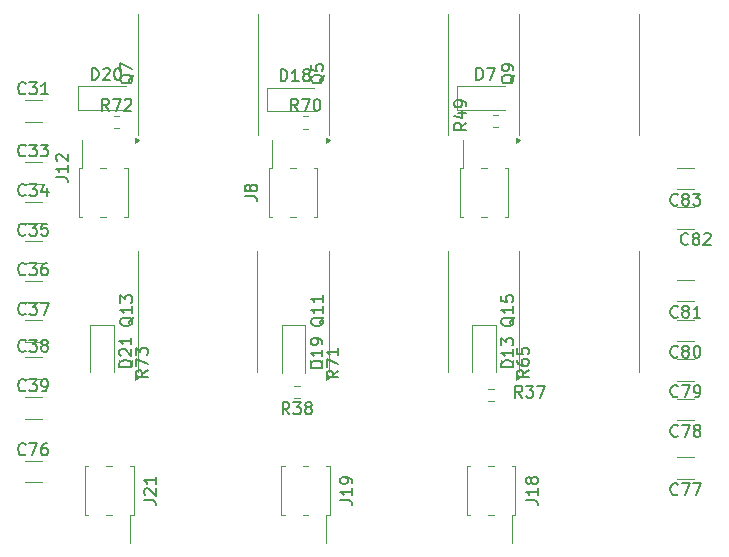
<source format=gbr>
%TF.GenerationSoftware,KiCad,Pcbnew,8.0.2*%
%TF.CreationDate,2024-11-11T17:07:31+01:00*%
%TF.ProjectId,power,706f7765-722e-46b6-9963-61645f706362,rev?*%
%TF.SameCoordinates,Original*%
%TF.FileFunction,Legend,Top*%
%TF.FilePolarity,Positive*%
%FSLAX46Y46*%
G04 Gerber Fmt 4.6, Leading zero omitted, Abs format (unit mm)*
G04 Created by KiCad (PCBNEW 8.0.2) date 2024-11-11 17:07:31*
%MOMM*%
%LPD*%
G01*
G04 APERTURE LIST*
%ADD10C,0.150000*%
%ADD11C,0.120000*%
G04 APERTURE END LIST*
D10*
X99925423Y-99830180D02*
X99877804Y-99877800D01*
X99877804Y-99877800D02*
X99734947Y-99925419D01*
X99734947Y-99925419D02*
X99639709Y-99925419D01*
X99639709Y-99925419D02*
X99496852Y-99877800D01*
X99496852Y-99877800D02*
X99401614Y-99782561D01*
X99401614Y-99782561D02*
X99353995Y-99687323D01*
X99353995Y-99687323D02*
X99306376Y-99496847D01*
X99306376Y-99496847D02*
X99306376Y-99353990D01*
X99306376Y-99353990D02*
X99353995Y-99163514D01*
X99353995Y-99163514D02*
X99401614Y-99068276D01*
X99401614Y-99068276D02*
X99496852Y-98973038D01*
X99496852Y-98973038D02*
X99639709Y-98925419D01*
X99639709Y-98925419D02*
X99734947Y-98925419D01*
X99734947Y-98925419D02*
X99877804Y-98973038D01*
X99877804Y-98973038D02*
X99925423Y-99020657D01*
X100258757Y-98925419D02*
X100925423Y-98925419D01*
X100925423Y-98925419D02*
X100496852Y-99925419D01*
X101734947Y-98925419D02*
X101544471Y-98925419D01*
X101544471Y-98925419D02*
X101449233Y-98973038D01*
X101449233Y-98973038D02*
X101401614Y-99020657D01*
X101401614Y-99020657D02*
X101306376Y-99163514D01*
X101306376Y-99163514D02*
X101258757Y-99353990D01*
X101258757Y-99353990D02*
X101258757Y-99734942D01*
X101258757Y-99734942D02*
X101306376Y-99830180D01*
X101306376Y-99830180D02*
X101353995Y-99877800D01*
X101353995Y-99877800D02*
X101449233Y-99925419D01*
X101449233Y-99925419D02*
X101639709Y-99925419D01*
X101639709Y-99925419D02*
X101734947Y-99877800D01*
X101734947Y-99877800D02*
X101782566Y-99830180D01*
X101782566Y-99830180D02*
X101830185Y-99734942D01*
X101830185Y-99734942D02*
X101830185Y-99496847D01*
X101830185Y-99496847D02*
X101782566Y-99401609D01*
X101782566Y-99401609D02*
X101734947Y-99353990D01*
X101734947Y-99353990D02*
X101639709Y-99306371D01*
X101639709Y-99306371D02*
X101449233Y-99306371D01*
X101449233Y-99306371D02*
X101353995Y-99353990D01*
X101353995Y-99353990D02*
X101306376Y-99401609D01*
X101306376Y-99401609D02*
X101258757Y-99496847D01*
X122265123Y-96448740D02*
X121931790Y-95972549D01*
X121693695Y-96448740D02*
X121693695Y-95448740D01*
X121693695Y-95448740D02*
X122074647Y-95448740D01*
X122074647Y-95448740D02*
X122169885Y-95496359D01*
X122169885Y-95496359D02*
X122217504Y-95543978D01*
X122217504Y-95543978D02*
X122265123Y-95639216D01*
X122265123Y-95639216D02*
X122265123Y-95782073D01*
X122265123Y-95782073D02*
X122217504Y-95877311D01*
X122217504Y-95877311D02*
X122169885Y-95924930D01*
X122169885Y-95924930D02*
X122074647Y-95972549D01*
X122074647Y-95972549D02*
X121693695Y-95972549D01*
X122598457Y-95448740D02*
X123217504Y-95448740D01*
X123217504Y-95448740D02*
X122884171Y-95829692D01*
X122884171Y-95829692D02*
X123027028Y-95829692D01*
X123027028Y-95829692D02*
X123122266Y-95877311D01*
X123122266Y-95877311D02*
X123169885Y-95924930D01*
X123169885Y-95924930D02*
X123217504Y-96020168D01*
X123217504Y-96020168D02*
X123217504Y-96258263D01*
X123217504Y-96258263D02*
X123169885Y-96353501D01*
X123169885Y-96353501D02*
X123122266Y-96401121D01*
X123122266Y-96401121D02*
X123027028Y-96448740D01*
X123027028Y-96448740D02*
X122741314Y-96448740D01*
X122741314Y-96448740D02*
X122646076Y-96401121D01*
X122646076Y-96401121D02*
X122598457Y-96353501D01*
X123788933Y-95877311D02*
X123693695Y-95829692D01*
X123693695Y-95829692D02*
X123646076Y-95782073D01*
X123646076Y-95782073D02*
X123598457Y-95686835D01*
X123598457Y-95686835D02*
X123598457Y-95639216D01*
X123598457Y-95639216D02*
X123646076Y-95543978D01*
X123646076Y-95543978D02*
X123693695Y-95496359D01*
X123693695Y-95496359D02*
X123788933Y-95448740D01*
X123788933Y-95448740D02*
X123979409Y-95448740D01*
X123979409Y-95448740D02*
X124074647Y-95496359D01*
X124074647Y-95496359D02*
X124122266Y-95543978D01*
X124122266Y-95543978D02*
X124169885Y-95639216D01*
X124169885Y-95639216D02*
X124169885Y-95686835D01*
X124169885Y-95686835D02*
X124122266Y-95782073D01*
X124122266Y-95782073D02*
X124074647Y-95829692D01*
X124074647Y-95829692D02*
X123979409Y-95877311D01*
X123979409Y-95877311D02*
X123788933Y-95877311D01*
X123788933Y-95877311D02*
X123693695Y-95924930D01*
X123693695Y-95924930D02*
X123646076Y-95972549D01*
X123646076Y-95972549D02*
X123598457Y-96067787D01*
X123598457Y-96067787D02*
X123598457Y-96258263D01*
X123598457Y-96258263D02*
X123646076Y-96353501D01*
X123646076Y-96353501D02*
X123693695Y-96401121D01*
X123693695Y-96401121D02*
X123788933Y-96448740D01*
X123788933Y-96448740D02*
X123979409Y-96448740D01*
X123979409Y-96448740D02*
X124074647Y-96401121D01*
X124074647Y-96401121D02*
X124122266Y-96353501D01*
X124122266Y-96353501D02*
X124169885Y-96258263D01*
X124169885Y-96258263D02*
X124169885Y-96067787D01*
X124169885Y-96067787D02*
X124122266Y-95972549D01*
X124122266Y-95972549D02*
X124074647Y-95924930D01*
X124074647Y-95924930D02*
X123979409Y-95877311D01*
X142296600Y-103730044D02*
X143010885Y-103730044D01*
X143010885Y-103730044D02*
X143153742Y-103777663D01*
X143153742Y-103777663D02*
X143248981Y-103872901D01*
X143248981Y-103872901D02*
X143296600Y-104015758D01*
X143296600Y-104015758D02*
X143296600Y-104110996D01*
X143296600Y-102730044D02*
X143296600Y-103301472D01*
X143296600Y-103015758D02*
X142296600Y-103015758D01*
X142296600Y-103015758D02*
X142439457Y-103110996D01*
X142439457Y-103110996D02*
X142534695Y-103206234D01*
X142534695Y-103206234D02*
X142582314Y-103301472D01*
X142725171Y-102158615D02*
X142677552Y-102253853D01*
X142677552Y-102253853D02*
X142629933Y-102301472D01*
X142629933Y-102301472D02*
X142534695Y-102349091D01*
X142534695Y-102349091D02*
X142487076Y-102349091D01*
X142487076Y-102349091D02*
X142391838Y-102301472D01*
X142391838Y-102301472D02*
X142344219Y-102253853D01*
X142344219Y-102253853D02*
X142296600Y-102158615D01*
X142296600Y-102158615D02*
X142296600Y-101968139D01*
X142296600Y-101968139D02*
X142344219Y-101872901D01*
X142344219Y-101872901D02*
X142391838Y-101825282D01*
X142391838Y-101825282D02*
X142487076Y-101777663D01*
X142487076Y-101777663D02*
X142534695Y-101777663D01*
X142534695Y-101777663D02*
X142629933Y-101825282D01*
X142629933Y-101825282D02*
X142677552Y-101872901D01*
X142677552Y-101872901D02*
X142725171Y-101968139D01*
X142725171Y-101968139D02*
X142725171Y-102158615D01*
X142725171Y-102158615D02*
X142772790Y-102253853D01*
X142772790Y-102253853D02*
X142820409Y-102301472D01*
X142820409Y-102301472D02*
X142915647Y-102349091D01*
X142915647Y-102349091D02*
X143106123Y-102349091D01*
X143106123Y-102349091D02*
X143201361Y-102301472D01*
X143201361Y-102301472D02*
X143248981Y-102253853D01*
X143248981Y-102253853D02*
X143296600Y-102158615D01*
X143296600Y-102158615D02*
X143296600Y-101968139D01*
X143296600Y-101968139D02*
X143248981Y-101872901D01*
X143248981Y-101872901D02*
X143201361Y-101825282D01*
X143201361Y-101825282D02*
X143106123Y-101777663D01*
X143106123Y-101777663D02*
X142915647Y-101777663D01*
X142915647Y-101777663D02*
X142820409Y-101825282D01*
X142820409Y-101825282D02*
X142772790Y-101872901D01*
X142772790Y-101872901D02*
X142725171Y-101968139D01*
X99925423Y-91069980D02*
X99877804Y-91117600D01*
X99877804Y-91117600D02*
X99734947Y-91165219D01*
X99734947Y-91165219D02*
X99639709Y-91165219D01*
X99639709Y-91165219D02*
X99496852Y-91117600D01*
X99496852Y-91117600D02*
X99401614Y-91022361D01*
X99401614Y-91022361D02*
X99353995Y-90927123D01*
X99353995Y-90927123D02*
X99306376Y-90736647D01*
X99306376Y-90736647D02*
X99306376Y-90593790D01*
X99306376Y-90593790D02*
X99353995Y-90403314D01*
X99353995Y-90403314D02*
X99401614Y-90308076D01*
X99401614Y-90308076D02*
X99496852Y-90212838D01*
X99496852Y-90212838D02*
X99639709Y-90165219D01*
X99639709Y-90165219D02*
X99734947Y-90165219D01*
X99734947Y-90165219D02*
X99877804Y-90212838D01*
X99877804Y-90212838D02*
X99925423Y-90260457D01*
X100258757Y-90165219D02*
X100877804Y-90165219D01*
X100877804Y-90165219D02*
X100544471Y-90546171D01*
X100544471Y-90546171D02*
X100687328Y-90546171D01*
X100687328Y-90546171D02*
X100782566Y-90593790D01*
X100782566Y-90593790D02*
X100830185Y-90641409D01*
X100830185Y-90641409D02*
X100877804Y-90736647D01*
X100877804Y-90736647D02*
X100877804Y-90974742D01*
X100877804Y-90974742D02*
X100830185Y-91069980D01*
X100830185Y-91069980D02*
X100782566Y-91117600D01*
X100782566Y-91117600D02*
X100687328Y-91165219D01*
X100687328Y-91165219D02*
X100401614Y-91165219D01*
X100401614Y-91165219D02*
X100306376Y-91117600D01*
X100306376Y-91117600D02*
X100258757Y-91069980D01*
X101449233Y-90593790D02*
X101353995Y-90546171D01*
X101353995Y-90546171D02*
X101306376Y-90498552D01*
X101306376Y-90498552D02*
X101258757Y-90403314D01*
X101258757Y-90403314D02*
X101258757Y-90355695D01*
X101258757Y-90355695D02*
X101306376Y-90260457D01*
X101306376Y-90260457D02*
X101353995Y-90212838D01*
X101353995Y-90212838D02*
X101449233Y-90165219D01*
X101449233Y-90165219D02*
X101639709Y-90165219D01*
X101639709Y-90165219D02*
X101734947Y-90212838D01*
X101734947Y-90212838D02*
X101782566Y-90260457D01*
X101782566Y-90260457D02*
X101830185Y-90355695D01*
X101830185Y-90355695D02*
X101830185Y-90403314D01*
X101830185Y-90403314D02*
X101782566Y-90498552D01*
X101782566Y-90498552D02*
X101734947Y-90546171D01*
X101734947Y-90546171D02*
X101639709Y-90593790D01*
X101639709Y-90593790D02*
X101449233Y-90593790D01*
X101449233Y-90593790D02*
X101353995Y-90641409D01*
X101353995Y-90641409D02*
X101306376Y-90689028D01*
X101306376Y-90689028D02*
X101258757Y-90784266D01*
X101258757Y-90784266D02*
X101258757Y-90974742D01*
X101258757Y-90974742D02*
X101306376Y-91069980D01*
X101306376Y-91069980D02*
X101353995Y-91117600D01*
X101353995Y-91117600D02*
X101449233Y-91165219D01*
X101449233Y-91165219D02*
X101639709Y-91165219D01*
X101639709Y-91165219D02*
X101734947Y-91117600D01*
X101734947Y-91117600D02*
X101782566Y-91069980D01*
X101782566Y-91069980D02*
X101830185Y-90974742D01*
X101830185Y-90974742D02*
X101830185Y-90784266D01*
X101830185Y-90784266D02*
X101782566Y-90689028D01*
X101782566Y-90689028D02*
X101734947Y-90641409D01*
X101734947Y-90641409D02*
X101639709Y-90593790D01*
X99925423Y-87937380D02*
X99877804Y-87985000D01*
X99877804Y-87985000D02*
X99734947Y-88032619D01*
X99734947Y-88032619D02*
X99639709Y-88032619D01*
X99639709Y-88032619D02*
X99496852Y-87985000D01*
X99496852Y-87985000D02*
X99401614Y-87889761D01*
X99401614Y-87889761D02*
X99353995Y-87794523D01*
X99353995Y-87794523D02*
X99306376Y-87604047D01*
X99306376Y-87604047D02*
X99306376Y-87461190D01*
X99306376Y-87461190D02*
X99353995Y-87270714D01*
X99353995Y-87270714D02*
X99401614Y-87175476D01*
X99401614Y-87175476D02*
X99496852Y-87080238D01*
X99496852Y-87080238D02*
X99639709Y-87032619D01*
X99639709Y-87032619D02*
X99734947Y-87032619D01*
X99734947Y-87032619D02*
X99877804Y-87080238D01*
X99877804Y-87080238D02*
X99925423Y-87127857D01*
X100258757Y-87032619D02*
X100877804Y-87032619D01*
X100877804Y-87032619D02*
X100544471Y-87413571D01*
X100544471Y-87413571D02*
X100687328Y-87413571D01*
X100687328Y-87413571D02*
X100782566Y-87461190D01*
X100782566Y-87461190D02*
X100830185Y-87508809D01*
X100830185Y-87508809D02*
X100877804Y-87604047D01*
X100877804Y-87604047D02*
X100877804Y-87842142D01*
X100877804Y-87842142D02*
X100830185Y-87937380D01*
X100830185Y-87937380D02*
X100782566Y-87985000D01*
X100782566Y-87985000D02*
X100687328Y-88032619D01*
X100687328Y-88032619D02*
X100401614Y-88032619D01*
X100401614Y-88032619D02*
X100306376Y-87985000D01*
X100306376Y-87985000D02*
X100258757Y-87937380D01*
X101211138Y-87032619D02*
X101877804Y-87032619D01*
X101877804Y-87032619D02*
X101449233Y-88032619D01*
X109041638Y-88238949D02*
X108994019Y-88334187D01*
X108994019Y-88334187D02*
X108898781Y-88429425D01*
X108898781Y-88429425D02*
X108755923Y-88572282D01*
X108755923Y-88572282D02*
X108708304Y-88667520D01*
X108708304Y-88667520D02*
X108708304Y-88762758D01*
X108946400Y-88715139D02*
X108898781Y-88810377D01*
X108898781Y-88810377D02*
X108803542Y-88905615D01*
X108803542Y-88905615D02*
X108613066Y-88953234D01*
X108613066Y-88953234D02*
X108279733Y-88953234D01*
X108279733Y-88953234D02*
X108089257Y-88905615D01*
X108089257Y-88905615D02*
X107994019Y-88810377D01*
X107994019Y-88810377D02*
X107946400Y-88715139D01*
X107946400Y-88715139D02*
X107946400Y-88524663D01*
X107946400Y-88524663D02*
X107994019Y-88429425D01*
X107994019Y-88429425D02*
X108089257Y-88334187D01*
X108089257Y-88334187D02*
X108279733Y-88286568D01*
X108279733Y-88286568D02*
X108613066Y-88286568D01*
X108613066Y-88286568D02*
X108803542Y-88334187D01*
X108803542Y-88334187D02*
X108898781Y-88429425D01*
X108898781Y-88429425D02*
X108946400Y-88524663D01*
X108946400Y-88524663D02*
X108946400Y-88715139D01*
X108946400Y-87334187D02*
X108946400Y-87905615D01*
X108946400Y-87619901D02*
X107946400Y-87619901D01*
X107946400Y-87619901D02*
X108089257Y-87715139D01*
X108089257Y-87715139D02*
X108184495Y-87810377D01*
X108184495Y-87810377D02*
X108232114Y-87905615D01*
X107946400Y-87000853D02*
X107946400Y-86381806D01*
X107946400Y-86381806D02*
X108327352Y-86715139D01*
X108327352Y-86715139D02*
X108327352Y-86572282D01*
X108327352Y-86572282D02*
X108374971Y-86477044D01*
X108374971Y-86477044D02*
X108422590Y-86429425D01*
X108422590Y-86429425D02*
X108517828Y-86381806D01*
X108517828Y-86381806D02*
X108755923Y-86381806D01*
X108755923Y-86381806D02*
X108851161Y-86429425D01*
X108851161Y-86429425D02*
X108898781Y-86477044D01*
X108898781Y-86477044D02*
X108946400Y-86572282D01*
X108946400Y-86572282D02*
X108946400Y-86857996D01*
X108946400Y-86857996D02*
X108898781Y-86953234D01*
X108898781Y-86953234D02*
X108851161Y-87000853D01*
X138095686Y-68126740D02*
X138095686Y-67126740D01*
X138095686Y-67126740D02*
X138333781Y-67126740D01*
X138333781Y-67126740D02*
X138476638Y-67174359D01*
X138476638Y-67174359D02*
X138571876Y-67269597D01*
X138571876Y-67269597D02*
X138619495Y-67364835D01*
X138619495Y-67364835D02*
X138667114Y-67555311D01*
X138667114Y-67555311D02*
X138667114Y-67698168D01*
X138667114Y-67698168D02*
X138619495Y-67888644D01*
X138619495Y-67888644D02*
X138571876Y-67983882D01*
X138571876Y-67983882D02*
X138476638Y-68079121D01*
X138476638Y-68079121D02*
X138333781Y-68126740D01*
X138333781Y-68126740D02*
X138095686Y-68126740D01*
X139000448Y-67126740D02*
X139667114Y-67126740D01*
X139667114Y-67126740D02*
X139238543Y-68126740D01*
X155145823Y-78697101D02*
X155098204Y-78744721D01*
X155098204Y-78744721D02*
X154955347Y-78792340D01*
X154955347Y-78792340D02*
X154860109Y-78792340D01*
X154860109Y-78792340D02*
X154717252Y-78744721D01*
X154717252Y-78744721D02*
X154622014Y-78649482D01*
X154622014Y-78649482D02*
X154574395Y-78554244D01*
X154574395Y-78554244D02*
X154526776Y-78363768D01*
X154526776Y-78363768D02*
X154526776Y-78220911D01*
X154526776Y-78220911D02*
X154574395Y-78030435D01*
X154574395Y-78030435D02*
X154622014Y-77935197D01*
X154622014Y-77935197D02*
X154717252Y-77839959D01*
X154717252Y-77839959D02*
X154860109Y-77792340D01*
X154860109Y-77792340D02*
X154955347Y-77792340D01*
X154955347Y-77792340D02*
X155098204Y-77839959D01*
X155098204Y-77839959D02*
X155145823Y-77887578D01*
X155717252Y-78220911D02*
X155622014Y-78173292D01*
X155622014Y-78173292D02*
X155574395Y-78125673D01*
X155574395Y-78125673D02*
X155526776Y-78030435D01*
X155526776Y-78030435D02*
X155526776Y-77982816D01*
X155526776Y-77982816D02*
X155574395Y-77887578D01*
X155574395Y-77887578D02*
X155622014Y-77839959D01*
X155622014Y-77839959D02*
X155717252Y-77792340D01*
X155717252Y-77792340D02*
X155907728Y-77792340D01*
X155907728Y-77792340D02*
X156002966Y-77839959D01*
X156002966Y-77839959D02*
X156050585Y-77887578D01*
X156050585Y-77887578D02*
X156098204Y-77982816D01*
X156098204Y-77982816D02*
X156098204Y-78030435D01*
X156098204Y-78030435D02*
X156050585Y-78125673D01*
X156050585Y-78125673D02*
X156002966Y-78173292D01*
X156002966Y-78173292D02*
X155907728Y-78220911D01*
X155907728Y-78220911D02*
X155717252Y-78220911D01*
X155717252Y-78220911D02*
X155622014Y-78268530D01*
X155622014Y-78268530D02*
X155574395Y-78316149D01*
X155574395Y-78316149D02*
X155526776Y-78411387D01*
X155526776Y-78411387D02*
X155526776Y-78601863D01*
X155526776Y-78601863D02*
X155574395Y-78697101D01*
X155574395Y-78697101D02*
X155622014Y-78744721D01*
X155622014Y-78744721D02*
X155717252Y-78792340D01*
X155717252Y-78792340D02*
X155907728Y-78792340D01*
X155907728Y-78792340D02*
X156002966Y-78744721D01*
X156002966Y-78744721D02*
X156050585Y-78697101D01*
X156050585Y-78697101D02*
X156098204Y-78601863D01*
X156098204Y-78601863D02*
X156098204Y-78411387D01*
X156098204Y-78411387D02*
X156050585Y-78316149D01*
X156050585Y-78316149D02*
X156002966Y-78268530D01*
X156002966Y-78268530D02*
X155907728Y-78220911D01*
X156431538Y-77792340D02*
X157050585Y-77792340D01*
X157050585Y-77792340D02*
X156717252Y-78173292D01*
X156717252Y-78173292D02*
X156860109Y-78173292D01*
X156860109Y-78173292D02*
X156955347Y-78220911D01*
X156955347Y-78220911D02*
X157002966Y-78268530D01*
X157002966Y-78268530D02*
X157050585Y-78363768D01*
X157050585Y-78363768D02*
X157050585Y-78601863D01*
X157050585Y-78601863D02*
X157002966Y-78697101D01*
X157002966Y-78697101D02*
X156955347Y-78744721D01*
X156955347Y-78744721D02*
X156860109Y-78792340D01*
X156860109Y-78792340D02*
X156574395Y-78792340D01*
X156574395Y-78792340D02*
X156479157Y-78744721D01*
X156479157Y-78744721D02*
X156431538Y-78697101D01*
X137231200Y-71787978D02*
X136755009Y-72121311D01*
X137231200Y-72359406D02*
X136231200Y-72359406D01*
X136231200Y-72359406D02*
X136231200Y-71978454D01*
X136231200Y-71978454D02*
X136278819Y-71883216D01*
X136278819Y-71883216D02*
X136326438Y-71835597D01*
X136326438Y-71835597D02*
X136421676Y-71787978D01*
X136421676Y-71787978D02*
X136564533Y-71787978D01*
X136564533Y-71787978D02*
X136659771Y-71835597D01*
X136659771Y-71835597D02*
X136707390Y-71883216D01*
X136707390Y-71883216D02*
X136755009Y-71978454D01*
X136755009Y-71978454D02*
X136755009Y-72359406D01*
X136564533Y-70930835D02*
X137231200Y-70930835D01*
X136183581Y-71168930D02*
X136897866Y-71407025D01*
X136897866Y-71407025D02*
X136897866Y-70787978D01*
X137231200Y-70359406D02*
X137231200Y-70168930D01*
X137231200Y-70168930D02*
X137183581Y-70073692D01*
X137183581Y-70073692D02*
X137135961Y-70026073D01*
X137135961Y-70026073D02*
X136993104Y-69930835D01*
X136993104Y-69930835D02*
X136802628Y-69883216D01*
X136802628Y-69883216D02*
X136421676Y-69883216D01*
X136421676Y-69883216D02*
X136326438Y-69930835D01*
X136326438Y-69930835D02*
X136278819Y-69978454D01*
X136278819Y-69978454D02*
X136231200Y-70073692D01*
X136231200Y-70073692D02*
X136231200Y-70264168D01*
X136231200Y-70264168D02*
X136278819Y-70359406D01*
X136278819Y-70359406D02*
X136326438Y-70407025D01*
X136326438Y-70407025D02*
X136421676Y-70454644D01*
X136421676Y-70454644D02*
X136659771Y-70454644D01*
X136659771Y-70454644D02*
X136755009Y-70407025D01*
X136755009Y-70407025D02*
X136802628Y-70359406D01*
X136802628Y-70359406D02*
X136850247Y-70264168D01*
X136850247Y-70264168D02*
X136850247Y-70073692D01*
X136850247Y-70073692D02*
X136802628Y-69978454D01*
X136802628Y-69978454D02*
X136755009Y-69930835D01*
X136755009Y-69930835D02*
X136659771Y-69883216D01*
X141312038Y-88238949D02*
X141264419Y-88334187D01*
X141264419Y-88334187D02*
X141169181Y-88429425D01*
X141169181Y-88429425D02*
X141026323Y-88572282D01*
X141026323Y-88572282D02*
X140978704Y-88667520D01*
X140978704Y-88667520D02*
X140978704Y-88762758D01*
X141216800Y-88715139D02*
X141169181Y-88810377D01*
X141169181Y-88810377D02*
X141073942Y-88905615D01*
X141073942Y-88905615D02*
X140883466Y-88953234D01*
X140883466Y-88953234D02*
X140550133Y-88953234D01*
X140550133Y-88953234D02*
X140359657Y-88905615D01*
X140359657Y-88905615D02*
X140264419Y-88810377D01*
X140264419Y-88810377D02*
X140216800Y-88715139D01*
X140216800Y-88715139D02*
X140216800Y-88524663D01*
X140216800Y-88524663D02*
X140264419Y-88429425D01*
X140264419Y-88429425D02*
X140359657Y-88334187D01*
X140359657Y-88334187D02*
X140550133Y-88286568D01*
X140550133Y-88286568D02*
X140883466Y-88286568D01*
X140883466Y-88286568D02*
X141073942Y-88334187D01*
X141073942Y-88334187D02*
X141169181Y-88429425D01*
X141169181Y-88429425D02*
X141216800Y-88524663D01*
X141216800Y-88524663D02*
X141216800Y-88715139D01*
X141216800Y-87334187D02*
X141216800Y-87905615D01*
X141216800Y-87619901D02*
X140216800Y-87619901D01*
X140216800Y-87619901D02*
X140359657Y-87715139D01*
X140359657Y-87715139D02*
X140454895Y-87810377D01*
X140454895Y-87810377D02*
X140502514Y-87905615D01*
X140216800Y-86429425D02*
X140216800Y-86905615D01*
X140216800Y-86905615D02*
X140692990Y-86953234D01*
X140692990Y-86953234D02*
X140645371Y-86905615D01*
X140645371Y-86905615D02*
X140597752Y-86810377D01*
X140597752Y-86810377D02*
X140597752Y-86572282D01*
X140597752Y-86572282D02*
X140645371Y-86477044D01*
X140645371Y-86477044D02*
X140692990Y-86429425D01*
X140692990Y-86429425D02*
X140788228Y-86381806D01*
X140788228Y-86381806D02*
X141026323Y-86381806D01*
X141026323Y-86381806D02*
X141121561Y-86429425D01*
X141121561Y-86429425D02*
X141169181Y-86477044D01*
X141169181Y-86477044D02*
X141216800Y-86572282D01*
X141216800Y-86572282D02*
X141216800Y-86810377D01*
X141216800Y-86810377D02*
X141169181Y-86905615D01*
X141169181Y-86905615D02*
X141121561Y-86953234D01*
X141212400Y-92476206D02*
X140212400Y-92476206D01*
X140212400Y-92476206D02*
X140212400Y-92238111D01*
X140212400Y-92238111D02*
X140260019Y-92095254D01*
X140260019Y-92095254D02*
X140355257Y-92000016D01*
X140355257Y-92000016D02*
X140450495Y-91952397D01*
X140450495Y-91952397D02*
X140640971Y-91904778D01*
X140640971Y-91904778D02*
X140783828Y-91904778D01*
X140783828Y-91904778D02*
X140974304Y-91952397D01*
X140974304Y-91952397D02*
X141069542Y-92000016D01*
X141069542Y-92000016D02*
X141164781Y-92095254D01*
X141164781Y-92095254D02*
X141212400Y-92238111D01*
X141212400Y-92238111D02*
X141212400Y-92476206D01*
X141212400Y-90952397D02*
X141212400Y-91523825D01*
X141212400Y-91238111D02*
X140212400Y-91238111D01*
X140212400Y-91238111D02*
X140355257Y-91333349D01*
X140355257Y-91333349D02*
X140450495Y-91428587D01*
X140450495Y-91428587D02*
X140498114Y-91523825D01*
X140212400Y-90619063D02*
X140212400Y-90000016D01*
X140212400Y-90000016D02*
X140593352Y-90333349D01*
X140593352Y-90333349D02*
X140593352Y-90190492D01*
X140593352Y-90190492D02*
X140640971Y-90095254D01*
X140640971Y-90095254D02*
X140688590Y-90047635D01*
X140688590Y-90047635D02*
X140783828Y-90000016D01*
X140783828Y-90000016D02*
X141021923Y-90000016D01*
X141021923Y-90000016D02*
X141117161Y-90047635D01*
X141117161Y-90047635D02*
X141164781Y-90095254D01*
X141164781Y-90095254D02*
X141212400Y-90190492D01*
X141212400Y-90190492D02*
X141212400Y-90476206D01*
X141212400Y-90476206D02*
X141164781Y-90571444D01*
X141164781Y-90571444D02*
X141117161Y-90619063D01*
X118507200Y-78006254D02*
X119221485Y-78006254D01*
X119221485Y-78006254D02*
X119364342Y-78053873D01*
X119364342Y-78053873D02*
X119459581Y-78149111D01*
X119459581Y-78149111D02*
X119507200Y-78291968D01*
X119507200Y-78291968D02*
X119507200Y-78387206D01*
X118507200Y-77053873D02*
X118507200Y-77530063D01*
X118507200Y-77530063D02*
X118983390Y-77577682D01*
X118983390Y-77577682D02*
X118935771Y-77530063D01*
X118935771Y-77530063D02*
X118888152Y-77434825D01*
X118888152Y-77434825D02*
X118888152Y-77196730D01*
X118888152Y-77196730D02*
X118935771Y-77101492D01*
X118935771Y-77101492D02*
X118983390Y-77053873D01*
X118983390Y-77053873D02*
X119078628Y-77006254D01*
X119078628Y-77006254D02*
X119316723Y-77006254D01*
X119316723Y-77006254D02*
X119411961Y-77053873D01*
X119411961Y-77053873D02*
X119459581Y-77101492D01*
X119459581Y-77101492D02*
X119507200Y-77196730D01*
X119507200Y-77196730D02*
X119507200Y-77434825D01*
X119507200Y-77434825D02*
X119459581Y-77530063D01*
X119459581Y-77530063D02*
X119411961Y-77577682D01*
X155145023Y-98266780D02*
X155097404Y-98314400D01*
X155097404Y-98314400D02*
X154954547Y-98362019D01*
X154954547Y-98362019D02*
X154859309Y-98362019D01*
X154859309Y-98362019D02*
X154716452Y-98314400D01*
X154716452Y-98314400D02*
X154621214Y-98219161D01*
X154621214Y-98219161D02*
X154573595Y-98123923D01*
X154573595Y-98123923D02*
X154525976Y-97933447D01*
X154525976Y-97933447D02*
X154525976Y-97790590D01*
X154525976Y-97790590D02*
X154573595Y-97600114D01*
X154573595Y-97600114D02*
X154621214Y-97504876D01*
X154621214Y-97504876D02*
X154716452Y-97409638D01*
X154716452Y-97409638D02*
X154859309Y-97362019D01*
X154859309Y-97362019D02*
X154954547Y-97362019D01*
X154954547Y-97362019D02*
X155097404Y-97409638D01*
X155097404Y-97409638D02*
X155145023Y-97457257D01*
X155478357Y-97362019D02*
X156145023Y-97362019D01*
X156145023Y-97362019D02*
X155716452Y-98362019D01*
X156668833Y-97790590D02*
X156573595Y-97742971D01*
X156573595Y-97742971D02*
X156525976Y-97695352D01*
X156525976Y-97695352D02*
X156478357Y-97600114D01*
X156478357Y-97600114D02*
X156478357Y-97552495D01*
X156478357Y-97552495D02*
X156525976Y-97457257D01*
X156525976Y-97457257D02*
X156573595Y-97409638D01*
X156573595Y-97409638D02*
X156668833Y-97362019D01*
X156668833Y-97362019D02*
X156859309Y-97362019D01*
X156859309Y-97362019D02*
X156954547Y-97409638D01*
X156954547Y-97409638D02*
X157002166Y-97457257D01*
X157002166Y-97457257D02*
X157049785Y-97552495D01*
X157049785Y-97552495D02*
X157049785Y-97600114D01*
X157049785Y-97600114D02*
X157002166Y-97695352D01*
X157002166Y-97695352D02*
X156954547Y-97742971D01*
X156954547Y-97742971D02*
X156859309Y-97790590D01*
X156859309Y-97790590D02*
X156668833Y-97790590D01*
X156668833Y-97790590D02*
X156573595Y-97838209D01*
X156573595Y-97838209D02*
X156525976Y-97885828D01*
X156525976Y-97885828D02*
X156478357Y-97981066D01*
X156478357Y-97981066D02*
X156478357Y-98171542D01*
X156478357Y-98171542D02*
X156525976Y-98266780D01*
X156525976Y-98266780D02*
X156573595Y-98314400D01*
X156573595Y-98314400D02*
X156668833Y-98362019D01*
X156668833Y-98362019D02*
X156859309Y-98362019D01*
X156859309Y-98362019D02*
X156954547Y-98314400D01*
X156954547Y-98314400D02*
X157002166Y-98266780D01*
X157002166Y-98266780D02*
X157049785Y-98171542D01*
X157049785Y-98171542D02*
X157049785Y-97981066D01*
X157049785Y-97981066D02*
X157002166Y-97885828D01*
X157002166Y-97885828D02*
X156954547Y-97838209D01*
X156954547Y-97838209D02*
X156859309Y-97790590D01*
X155145023Y-91566780D02*
X155097404Y-91614400D01*
X155097404Y-91614400D02*
X154954547Y-91662019D01*
X154954547Y-91662019D02*
X154859309Y-91662019D01*
X154859309Y-91662019D02*
X154716452Y-91614400D01*
X154716452Y-91614400D02*
X154621214Y-91519161D01*
X154621214Y-91519161D02*
X154573595Y-91423923D01*
X154573595Y-91423923D02*
X154525976Y-91233447D01*
X154525976Y-91233447D02*
X154525976Y-91090590D01*
X154525976Y-91090590D02*
X154573595Y-90900114D01*
X154573595Y-90900114D02*
X154621214Y-90804876D01*
X154621214Y-90804876D02*
X154716452Y-90709638D01*
X154716452Y-90709638D02*
X154859309Y-90662019D01*
X154859309Y-90662019D02*
X154954547Y-90662019D01*
X154954547Y-90662019D02*
X155097404Y-90709638D01*
X155097404Y-90709638D02*
X155145023Y-90757257D01*
X155716452Y-91090590D02*
X155621214Y-91042971D01*
X155621214Y-91042971D02*
X155573595Y-90995352D01*
X155573595Y-90995352D02*
X155525976Y-90900114D01*
X155525976Y-90900114D02*
X155525976Y-90852495D01*
X155525976Y-90852495D02*
X155573595Y-90757257D01*
X155573595Y-90757257D02*
X155621214Y-90709638D01*
X155621214Y-90709638D02*
X155716452Y-90662019D01*
X155716452Y-90662019D02*
X155906928Y-90662019D01*
X155906928Y-90662019D02*
X156002166Y-90709638D01*
X156002166Y-90709638D02*
X156049785Y-90757257D01*
X156049785Y-90757257D02*
X156097404Y-90852495D01*
X156097404Y-90852495D02*
X156097404Y-90900114D01*
X156097404Y-90900114D02*
X156049785Y-90995352D01*
X156049785Y-90995352D02*
X156002166Y-91042971D01*
X156002166Y-91042971D02*
X155906928Y-91090590D01*
X155906928Y-91090590D02*
X155716452Y-91090590D01*
X155716452Y-91090590D02*
X155621214Y-91138209D01*
X155621214Y-91138209D02*
X155573595Y-91185828D01*
X155573595Y-91185828D02*
X155525976Y-91281066D01*
X155525976Y-91281066D02*
X155525976Y-91471542D01*
X155525976Y-91471542D02*
X155573595Y-91566780D01*
X155573595Y-91566780D02*
X155621214Y-91614400D01*
X155621214Y-91614400D02*
X155716452Y-91662019D01*
X155716452Y-91662019D02*
X155906928Y-91662019D01*
X155906928Y-91662019D02*
X156002166Y-91614400D01*
X156002166Y-91614400D02*
X156049785Y-91566780D01*
X156049785Y-91566780D02*
X156097404Y-91471542D01*
X156097404Y-91471542D02*
X156097404Y-91281066D01*
X156097404Y-91281066D02*
X156049785Y-91185828D01*
X156049785Y-91185828D02*
X156002166Y-91138209D01*
X156002166Y-91138209D02*
X155906928Y-91090590D01*
X156716452Y-90662019D02*
X156811690Y-90662019D01*
X156811690Y-90662019D02*
X156906928Y-90709638D01*
X156906928Y-90709638D02*
X156954547Y-90757257D01*
X156954547Y-90757257D02*
X157002166Y-90852495D01*
X157002166Y-90852495D02*
X157049785Y-91042971D01*
X157049785Y-91042971D02*
X157049785Y-91281066D01*
X157049785Y-91281066D02*
X157002166Y-91471542D01*
X157002166Y-91471542D02*
X156954547Y-91566780D01*
X156954547Y-91566780D02*
X156906928Y-91614400D01*
X156906928Y-91614400D02*
X156811690Y-91662019D01*
X156811690Y-91662019D02*
X156716452Y-91662019D01*
X156716452Y-91662019D02*
X156621214Y-91614400D01*
X156621214Y-91614400D02*
X156573595Y-91566780D01*
X156573595Y-91566780D02*
X156525976Y-91471542D01*
X156525976Y-91471542D02*
X156478357Y-91281066D01*
X156478357Y-91281066D02*
X156478357Y-91042971D01*
X156478357Y-91042971D02*
X156525976Y-90852495D01*
X156525976Y-90852495D02*
X156573595Y-90757257D01*
X156573595Y-90757257D02*
X156621214Y-90709638D01*
X156621214Y-90709638D02*
X156716452Y-90662019D01*
X122976323Y-70779540D02*
X122642990Y-70303349D01*
X122404895Y-70779540D02*
X122404895Y-69779540D01*
X122404895Y-69779540D02*
X122785847Y-69779540D01*
X122785847Y-69779540D02*
X122881085Y-69827159D01*
X122881085Y-69827159D02*
X122928704Y-69874778D01*
X122928704Y-69874778D02*
X122976323Y-69970016D01*
X122976323Y-69970016D02*
X122976323Y-70112873D01*
X122976323Y-70112873D02*
X122928704Y-70208111D01*
X122928704Y-70208111D02*
X122881085Y-70255730D01*
X122881085Y-70255730D02*
X122785847Y-70303349D01*
X122785847Y-70303349D02*
X122404895Y-70303349D01*
X123309657Y-69779540D02*
X123976323Y-69779540D01*
X123976323Y-69779540D02*
X123547752Y-70779540D01*
X124547752Y-69779540D02*
X124642990Y-69779540D01*
X124642990Y-69779540D02*
X124738228Y-69827159D01*
X124738228Y-69827159D02*
X124785847Y-69874778D01*
X124785847Y-69874778D02*
X124833466Y-69970016D01*
X124833466Y-69970016D02*
X124881085Y-70160492D01*
X124881085Y-70160492D02*
X124881085Y-70398587D01*
X124881085Y-70398587D02*
X124833466Y-70589063D01*
X124833466Y-70589063D02*
X124785847Y-70684301D01*
X124785847Y-70684301D02*
X124738228Y-70731921D01*
X124738228Y-70731921D02*
X124642990Y-70779540D01*
X124642990Y-70779540D02*
X124547752Y-70779540D01*
X124547752Y-70779540D02*
X124452514Y-70731921D01*
X124452514Y-70731921D02*
X124404895Y-70684301D01*
X124404895Y-70684301D02*
X124357276Y-70589063D01*
X124357276Y-70589063D02*
X124309657Y-70398587D01*
X124309657Y-70398587D02*
X124309657Y-70160492D01*
X124309657Y-70160492D02*
X124357276Y-69970016D01*
X124357276Y-69970016D02*
X124404895Y-69874778D01*
X124404895Y-69874778D02*
X124452514Y-69827159D01*
X124452514Y-69827159D02*
X124547752Y-69779540D01*
X102505200Y-76388444D02*
X103219485Y-76388444D01*
X103219485Y-76388444D02*
X103362342Y-76436063D01*
X103362342Y-76436063D02*
X103457581Y-76531301D01*
X103457581Y-76531301D02*
X103505200Y-76674158D01*
X103505200Y-76674158D02*
X103505200Y-76769396D01*
X103505200Y-75388444D02*
X103505200Y-75959872D01*
X103505200Y-75674158D02*
X102505200Y-75674158D01*
X102505200Y-75674158D02*
X102648057Y-75769396D01*
X102648057Y-75769396D02*
X102743295Y-75864634D01*
X102743295Y-75864634D02*
X102790914Y-75959872D01*
X102600438Y-75007491D02*
X102552819Y-74959872D01*
X102552819Y-74959872D02*
X102505200Y-74864634D01*
X102505200Y-74864634D02*
X102505200Y-74626539D01*
X102505200Y-74626539D02*
X102552819Y-74531301D01*
X102552819Y-74531301D02*
X102600438Y-74483682D01*
X102600438Y-74483682D02*
X102695676Y-74436063D01*
X102695676Y-74436063D02*
X102790914Y-74436063D01*
X102790914Y-74436063D02*
X102933771Y-74483682D01*
X102933771Y-74483682D02*
X103505200Y-75055110D01*
X103505200Y-75055110D02*
X103505200Y-74436063D01*
X156024342Y-82020580D02*
X155976723Y-82068200D01*
X155976723Y-82068200D02*
X155833866Y-82115819D01*
X155833866Y-82115819D02*
X155738628Y-82115819D01*
X155738628Y-82115819D02*
X155595771Y-82068200D01*
X155595771Y-82068200D02*
X155500533Y-81972961D01*
X155500533Y-81972961D02*
X155452914Y-81877723D01*
X155452914Y-81877723D02*
X155405295Y-81687247D01*
X155405295Y-81687247D02*
X155405295Y-81544390D01*
X155405295Y-81544390D02*
X155452914Y-81353914D01*
X155452914Y-81353914D02*
X155500533Y-81258676D01*
X155500533Y-81258676D02*
X155595771Y-81163438D01*
X155595771Y-81163438D02*
X155738628Y-81115819D01*
X155738628Y-81115819D02*
X155833866Y-81115819D01*
X155833866Y-81115819D02*
X155976723Y-81163438D01*
X155976723Y-81163438D02*
X156024342Y-81211057D01*
X156595771Y-81544390D02*
X156500533Y-81496771D01*
X156500533Y-81496771D02*
X156452914Y-81449152D01*
X156452914Y-81449152D02*
X156405295Y-81353914D01*
X156405295Y-81353914D02*
X156405295Y-81306295D01*
X156405295Y-81306295D02*
X156452914Y-81211057D01*
X156452914Y-81211057D02*
X156500533Y-81163438D01*
X156500533Y-81163438D02*
X156595771Y-81115819D01*
X156595771Y-81115819D02*
X156786247Y-81115819D01*
X156786247Y-81115819D02*
X156881485Y-81163438D01*
X156881485Y-81163438D02*
X156929104Y-81211057D01*
X156929104Y-81211057D02*
X156976723Y-81306295D01*
X156976723Y-81306295D02*
X156976723Y-81353914D01*
X156976723Y-81353914D02*
X156929104Y-81449152D01*
X156929104Y-81449152D02*
X156881485Y-81496771D01*
X156881485Y-81496771D02*
X156786247Y-81544390D01*
X156786247Y-81544390D02*
X156595771Y-81544390D01*
X156595771Y-81544390D02*
X156500533Y-81592009D01*
X156500533Y-81592009D02*
X156452914Y-81639628D01*
X156452914Y-81639628D02*
X156405295Y-81734866D01*
X156405295Y-81734866D02*
X156405295Y-81925342D01*
X156405295Y-81925342D02*
X156452914Y-82020580D01*
X156452914Y-82020580D02*
X156500533Y-82068200D01*
X156500533Y-82068200D02*
X156595771Y-82115819D01*
X156595771Y-82115819D02*
X156786247Y-82115819D01*
X156786247Y-82115819D02*
X156881485Y-82068200D01*
X156881485Y-82068200D02*
X156929104Y-82020580D01*
X156929104Y-82020580D02*
X156976723Y-81925342D01*
X156976723Y-81925342D02*
X156976723Y-81734866D01*
X156976723Y-81734866D02*
X156929104Y-81639628D01*
X156929104Y-81639628D02*
X156881485Y-81592009D01*
X156881485Y-81592009D02*
X156786247Y-81544390D01*
X157357676Y-81211057D02*
X157405295Y-81163438D01*
X157405295Y-81163438D02*
X157500533Y-81115819D01*
X157500533Y-81115819D02*
X157738628Y-81115819D01*
X157738628Y-81115819D02*
X157833866Y-81163438D01*
X157833866Y-81163438D02*
X157881485Y-81211057D01*
X157881485Y-81211057D02*
X157929104Y-81306295D01*
X157929104Y-81306295D02*
X157929104Y-81401533D01*
X157929104Y-81401533D02*
X157881485Y-81544390D01*
X157881485Y-81544390D02*
X157310057Y-82115819D01*
X157310057Y-82115819D02*
X157929104Y-82115819D01*
X108878200Y-92450806D02*
X107878200Y-92450806D01*
X107878200Y-92450806D02*
X107878200Y-92212711D01*
X107878200Y-92212711D02*
X107925819Y-92069854D01*
X107925819Y-92069854D02*
X108021057Y-91974616D01*
X108021057Y-91974616D02*
X108116295Y-91926997D01*
X108116295Y-91926997D02*
X108306771Y-91879378D01*
X108306771Y-91879378D02*
X108449628Y-91879378D01*
X108449628Y-91879378D02*
X108640104Y-91926997D01*
X108640104Y-91926997D02*
X108735342Y-91974616D01*
X108735342Y-91974616D02*
X108830581Y-92069854D01*
X108830581Y-92069854D02*
X108878200Y-92212711D01*
X108878200Y-92212711D02*
X108878200Y-92450806D01*
X107973438Y-91498425D02*
X107925819Y-91450806D01*
X107925819Y-91450806D02*
X107878200Y-91355568D01*
X107878200Y-91355568D02*
X107878200Y-91117473D01*
X107878200Y-91117473D02*
X107925819Y-91022235D01*
X107925819Y-91022235D02*
X107973438Y-90974616D01*
X107973438Y-90974616D02*
X108068676Y-90926997D01*
X108068676Y-90926997D02*
X108163914Y-90926997D01*
X108163914Y-90926997D02*
X108306771Y-90974616D01*
X108306771Y-90974616D02*
X108878200Y-91546044D01*
X108878200Y-91546044D02*
X108878200Y-90926997D01*
X108878200Y-89974616D02*
X108878200Y-90546044D01*
X108878200Y-90260330D02*
X107878200Y-90260330D01*
X107878200Y-90260330D02*
X108021057Y-90355568D01*
X108021057Y-90355568D02*
X108116295Y-90450806D01*
X108116295Y-90450806D02*
X108163914Y-90546044D01*
X106974323Y-70754140D02*
X106640990Y-70277949D01*
X106402895Y-70754140D02*
X106402895Y-69754140D01*
X106402895Y-69754140D02*
X106783847Y-69754140D01*
X106783847Y-69754140D02*
X106879085Y-69801759D01*
X106879085Y-69801759D02*
X106926704Y-69849378D01*
X106926704Y-69849378D02*
X106974323Y-69944616D01*
X106974323Y-69944616D02*
X106974323Y-70087473D01*
X106974323Y-70087473D02*
X106926704Y-70182711D01*
X106926704Y-70182711D02*
X106879085Y-70230330D01*
X106879085Y-70230330D02*
X106783847Y-70277949D01*
X106783847Y-70277949D02*
X106402895Y-70277949D01*
X107307657Y-69754140D02*
X107974323Y-69754140D01*
X107974323Y-69754140D02*
X107545752Y-70754140D01*
X108307657Y-69849378D02*
X108355276Y-69801759D01*
X108355276Y-69801759D02*
X108450514Y-69754140D01*
X108450514Y-69754140D02*
X108688609Y-69754140D01*
X108688609Y-69754140D02*
X108783847Y-69801759D01*
X108783847Y-69801759D02*
X108831466Y-69849378D01*
X108831466Y-69849378D02*
X108879085Y-69944616D01*
X108879085Y-69944616D02*
X108879085Y-70039854D01*
X108879085Y-70039854D02*
X108831466Y-70182711D01*
X108831466Y-70182711D02*
X108260038Y-70754140D01*
X108260038Y-70754140D02*
X108879085Y-70754140D01*
X141323838Y-67712759D02*
X141276219Y-67807997D01*
X141276219Y-67807997D02*
X141180981Y-67903235D01*
X141180981Y-67903235D02*
X141038123Y-68046092D01*
X141038123Y-68046092D02*
X140990504Y-68141330D01*
X140990504Y-68141330D02*
X140990504Y-68236568D01*
X141228600Y-68188949D02*
X141180981Y-68284187D01*
X141180981Y-68284187D02*
X141085742Y-68379425D01*
X141085742Y-68379425D02*
X140895266Y-68427044D01*
X140895266Y-68427044D02*
X140561933Y-68427044D01*
X140561933Y-68427044D02*
X140371457Y-68379425D01*
X140371457Y-68379425D02*
X140276219Y-68284187D01*
X140276219Y-68284187D02*
X140228600Y-68188949D01*
X140228600Y-68188949D02*
X140228600Y-67998473D01*
X140228600Y-67998473D02*
X140276219Y-67903235D01*
X140276219Y-67903235D02*
X140371457Y-67807997D01*
X140371457Y-67807997D02*
X140561933Y-67760378D01*
X140561933Y-67760378D02*
X140895266Y-67760378D01*
X140895266Y-67760378D02*
X141085742Y-67807997D01*
X141085742Y-67807997D02*
X141180981Y-67903235D01*
X141180981Y-67903235D02*
X141228600Y-67998473D01*
X141228600Y-67998473D02*
X141228600Y-68188949D01*
X141228600Y-67284187D02*
X141228600Y-67093711D01*
X141228600Y-67093711D02*
X141180981Y-66998473D01*
X141180981Y-66998473D02*
X141133361Y-66950854D01*
X141133361Y-66950854D02*
X140990504Y-66855616D01*
X140990504Y-66855616D02*
X140800028Y-66807997D01*
X140800028Y-66807997D02*
X140419076Y-66807997D01*
X140419076Y-66807997D02*
X140323838Y-66855616D01*
X140323838Y-66855616D02*
X140276219Y-66903235D01*
X140276219Y-66903235D02*
X140228600Y-66998473D01*
X140228600Y-66998473D02*
X140228600Y-67188949D01*
X140228600Y-67188949D02*
X140276219Y-67284187D01*
X140276219Y-67284187D02*
X140323838Y-67331806D01*
X140323838Y-67331806D02*
X140419076Y-67379425D01*
X140419076Y-67379425D02*
X140657171Y-67379425D01*
X140657171Y-67379425D02*
X140752409Y-67331806D01*
X140752409Y-67331806D02*
X140800028Y-67284187D01*
X140800028Y-67284187D02*
X140847647Y-67188949D01*
X140847647Y-67188949D02*
X140847647Y-66998473D01*
X140847647Y-66998473D02*
X140800028Y-66903235D01*
X140800028Y-66903235D02*
X140752409Y-66855616D01*
X140752409Y-66855616D02*
X140657171Y-66807997D01*
X99925423Y-81237380D02*
X99877804Y-81285000D01*
X99877804Y-81285000D02*
X99734947Y-81332619D01*
X99734947Y-81332619D02*
X99639709Y-81332619D01*
X99639709Y-81332619D02*
X99496852Y-81285000D01*
X99496852Y-81285000D02*
X99401614Y-81189761D01*
X99401614Y-81189761D02*
X99353995Y-81094523D01*
X99353995Y-81094523D02*
X99306376Y-80904047D01*
X99306376Y-80904047D02*
X99306376Y-80761190D01*
X99306376Y-80761190D02*
X99353995Y-80570714D01*
X99353995Y-80570714D02*
X99401614Y-80475476D01*
X99401614Y-80475476D02*
X99496852Y-80380238D01*
X99496852Y-80380238D02*
X99639709Y-80332619D01*
X99639709Y-80332619D02*
X99734947Y-80332619D01*
X99734947Y-80332619D02*
X99877804Y-80380238D01*
X99877804Y-80380238D02*
X99925423Y-80427857D01*
X100258757Y-80332619D02*
X100877804Y-80332619D01*
X100877804Y-80332619D02*
X100544471Y-80713571D01*
X100544471Y-80713571D02*
X100687328Y-80713571D01*
X100687328Y-80713571D02*
X100782566Y-80761190D01*
X100782566Y-80761190D02*
X100830185Y-80808809D01*
X100830185Y-80808809D02*
X100877804Y-80904047D01*
X100877804Y-80904047D02*
X100877804Y-81142142D01*
X100877804Y-81142142D02*
X100830185Y-81237380D01*
X100830185Y-81237380D02*
X100782566Y-81285000D01*
X100782566Y-81285000D02*
X100687328Y-81332619D01*
X100687328Y-81332619D02*
X100401614Y-81332619D01*
X100401614Y-81332619D02*
X100306376Y-81285000D01*
X100306376Y-81285000D02*
X100258757Y-81237380D01*
X101782566Y-80332619D02*
X101306376Y-80332619D01*
X101306376Y-80332619D02*
X101258757Y-80808809D01*
X101258757Y-80808809D02*
X101306376Y-80761190D01*
X101306376Y-80761190D02*
X101401614Y-80713571D01*
X101401614Y-80713571D02*
X101639709Y-80713571D01*
X101639709Y-80713571D02*
X101734947Y-80761190D01*
X101734947Y-80761190D02*
X101782566Y-80808809D01*
X101782566Y-80808809D02*
X101830185Y-80904047D01*
X101830185Y-80904047D02*
X101830185Y-81142142D01*
X101830185Y-81142142D02*
X101782566Y-81237380D01*
X101782566Y-81237380D02*
X101734947Y-81285000D01*
X101734947Y-81285000D02*
X101639709Y-81332619D01*
X101639709Y-81332619D02*
X101401614Y-81332619D01*
X101401614Y-81332619D02*
X101306376Y-81285000D01*
X101306376Y-81285000D02*
X101258757Y-81237380D01*
X110264000Y-92742978D02*
X109787809Y-93076311D01*
X110264000Y-93314406D02*
X109264000Y-93314406D01*
X109264000Y-93314406D02*
X109264000Y-92933454D01*
X109264000Y-92933454D02*
X109311619Y-92838216D01*
X109311619Y-92838216D02*
X109359238Y-92790597D01*
X109359238Y-92790597D02*
X109454476Y-92742978D01*
X109454476Y-92742978D02*
X109597333Y-92742978D01*
X109597333Y-92742978D02*
X109692571Y-92790597D01*
X109692571Y-92790597D02*
X109740190Y-92838216D01*
X109740190Y-92838216D02*
X109787809Y-92933454D01*
X109787809Y-92933454D02*
X109787809Y-93314406D01*
X109264000Y-92409644D02*
X109264000Y-91742978D01*
X109264000Y-91742978D02*
X110264000Y-92171549D01*
X109264000Y-91457263D02*
X109264000Y-90838216D01*
X109264000Y-90838216D02*
X109644952Y-91171549D01*
X109644952Y-91171549D02*
X109644952Y-91028692D01*
X109644952Y-91028692D02*
X109692571Y-90933454D01*
X109692571Y-90933454D02*
X109740190Y-90885835D01*
X109740190Y-90885835D02*
X109835428Y-90838216D01*
X109835428Y-90838216D02*
X110073523Y-90838216D01*
X110073523Y-90838216D02*
X110168761Y-90885835D01*
X110168761Y-90885835D02*
X110216381Y-90933454D01*
X110216381Y-90933454D02*
X110264000Y-91028692D01*
X110264000Y-91028692D02*
X110264000Y-91314406D01*
X110264000Y-91314406D02*
X110216381Y-91409644D01*
X110216381Y-91409644D02*
X110168761Y-91457263D01*
X118532600Y-78006254D02*
X119246885Y-78006254D01*
X119246885Y-78006254D02*
X119389742Y-78053873D01*
X119389742Y-78053873D02*
X119484981Y-78149111D01*
X119484981Y-78149111D02*
X119532600Y-78291968D01*
X119532600Y-78291968D02*
X119532600Y-78387206D01*
X118961171Y-77387206D02*
X118913552Y-77482444D01*
X118913552Y-77482444D02*
X118865933Y-77530063D01*
X118865933Y-77530063D02*
X118770695Y-77577682D01*
X118770695Y-77577682D02*
X118723076Y-77577682D01*
X118723076Y-77577682D02*
X118627838Y-77530063D01*
X118627838Y-77530063D02*
X118580219Y-77482444D01*
X118580219Y-77482444D02*
X118532600Y-77387206D01*
X118532600Y-77387206D02*
X118532600Y-77196730D01*
X118532600Y-77196730D02*
X118580219Y-77101492D01*
X118580219Y-77101492D02*
X118627838Y-77053873D01*
X118627838Y-77053873D02*
X118723076Y-77006254D01*
X118723076Y-77006254D02*
X118770695Y-77006254D01*
X118770695Y-77006254D02*
X118865933Y-77053873D01*
X118865933Y-77053873D02*
X118913552Y-77101492D01*
X118913552Y-77101492D02*
X118961171Y-77196730D01*
X118961171Y-77196730D02*
X118961171Y-77387206D01*
X118961171Y-77387206D02*
X119008790Y-77482444D01*
X119008790Y-77482444D02*
X119056409Y-77530063D01*
X119056409Y-77530063D02*
X119151647Y-77577682D01*
X119151647Y-77577682D02*
X119342123Y-77577682D01*
X119342123Y-77577682D02*
X119437361Y-77530063D01*
X119437361Y-77530063D02*
X119484981Y-77482444D01*
X119484981Y-77482444D02*
X119532600Y-77387206D01*
X119532600Y-77387206D02*
X119532600Y-77196730D01*
X119532600Y-77196730D02*
X119484981Y-77101492D01*
X119484981Y-77101492D02*
X119437361Y-77053873D01*
X119437361Y-77053873D02*
X119342123Y-77006254D01*
X119342123Y-77006254D02*
X119151647Y-77006254D01*
X119151647Y-77006254D02*
X119056409Y-77053873D01*
X119056409Y-77053873D02*
X119008790Y-77101492D01*
X119008790Y-77101492D02*
X118961171Y-77196730D01*
X125207838Y-67712759D02*
X125160219Y-67807997D01*
X125160219Y-67807997D02*
X125064981Y-67903235D01*
X125064981Y-67903235D02*
X124922123Y-68046092D01*
X124922123Y-68046092D02*
X124874504Y-68141330D01*
X124874504Y-68141330D02*
X124874504Y-68236568D01*
X125112600Y-68188949D02*
X125064981Y-68284187D01*
X125064981Y-68284187D02*
X124969742Y-68379425D01*
X124969742Y-68379425D02*
X124779266Y-68427044D01*
X124779266Y-68427044D02*
X124445933Y-68427044D01*
X124445933Y-68427044D02*
X124255457Y-68379425D01*
X124255457Y-68379425D02*
X124160219Y-68284187D01*
X124160219Y-68284187D02*
X124112600Y-68188949D01*
X124112600Y-68188949D02*
X124112600Y-67998473D01*
X124112600Y-67998473D02*
X124160219Y-67903235D01*
X124160219Y-67903235D02*
X124255457Y-67807997D01*
X124255457Y-67807997D02*
X124445933Y-67760378D01*
X124445933Y-67760378D02*
X124779266Y-67760378D01*
X124779266Y-67760378D02*
X124969742Y-67807997D01*
X124969742Y-67807997D02*
X125064981Y-67903235D01*
X125064981Y-67903235D02*
X125112600Y-67998473D01*
X125112600Y-67998473D02*
X125112600Y-68188949D01*
X124112600Y-66855616D02*
X124112600Y-67331806D01*
X124112600Y-67331806D02*
X124588790Y-67379425D01*
X124588790Y-67379425D02*
X124541171Y-67331806D01*
X124541171Y-67331806D02*
X124493552Y-67236568D01*
X124493552Y-67236568D02*
X124493552Y-66998473D01*
X124493552Y-66998473D02*
X124541171Y-66903235D01*
X124541171Y-66903235D02*
X124588790Y-66855616D01*
X124588790Y-66855616D02*
X124684028Y-66807997D01*
X124684028Y-66807997D02*
X124922123Y-66807997D01*
X124922123Y-66807997D02*
X125017361Y-66855616D01*
X125017361Y-66855616D02*
X125064981Y-66903235D01*
X125064981Y-66903235D02*
X125112600Y-66998473D01*
X125112600Y-66998473D02*
X125112600Y-67236568D01*
X125112600Y-67236568D02*
X125064981Y-67331806D01*
X125064981Y-67331806D02*
X125017361Y-67379425D01*
X99925423Y-69273980D02*
X99877804Y-69321600D01*
X99877804Y-69321600D02*
X99734947Y-69369219D01*
X99734947Y-69369219D02*
X99639709Y-69369219D01*
X99639709Y-69369219D02*
X99496852Y-69321600D01*
X99496852Y-69321600D02*
X99401614Y-69226361D01*
X99401614Y-69226361D02*
X99353995Y-69131123D01*
X99353995Y-69131123D02*
X99306376Y-68940647D01*
X99306376Y-68940647D02*
X99306376Y-68797790D01*
X99306376Y-68797790D02*
X99353995Y-68607314D01*
X99353995Y-68607314D02*
X99401614Y-68512076D01*
X99401614Y-68512076D02*
X99496852Y-68416838D01*
X99496852Y-68416838D02*
X99639709Y-68369219D01*
X99639709Y-68369219D02*
X99734947Y-68369219D01*
X99734947Y-68369219D02*
X99877804Y-68416838D01*
X99877804Y-68416838D02*
X99925423Y-68464457D01*
X100258757Y-68369219D02*
X100877804Y-68369219D01*
X100877804Y-68369219D02*
X100544471Y-68750171D01*
X100544471Y-68750171D02*
X100687328Y-68750171D01*
X100687328Y-68750171D02*
X100782566Y-68797790D01*
X100782566Y-68797790D02*
X100830185Y-68845409D01*
X100830185Y-68845409D02*
X100877804Y-68940647D01*
X100877804Y-68940647D02*
X100877804Y-69178742D01*
X100877804Y-69178742D02*
X100830185Y-69273980D01*
X100830185Y-69273980D02*
X100782566Y-69321600D01*
X100782566Y-69321600D02*
X100687328Y-69369219D01*
X100687328Y-69369219D02*
X100401614Y-69369219D01*
X100401614Y-69369219D02*
X100306376Y-69321600D01*
X100306376Y-69321600D02*
X100258757Y-69273980D01*
X101830185Y-69369219D02*
X101258757Y-69369219D01*
X101544471Y-69369219D02*
X101544471Y-68369219D01*
X101544471Y-68369219D02*
X101449233Y-68512076D01*
X101449233Y-68512076D02*
X101353995Y-68607314D01*
X101353995Y-68607314D02*
X101258757Y-68654933D01*
X155145023Y-103225380D02*
X155097404Y-103273000D01*
X155097404Y-103273000D02*
X154954547Y-103320619D01*
X154954547Y-103320619D02*
X154859309Y-103320619D01*
X154859309Y-103320619D02*
X154716452Y-103273000D01*
X154716452Y-103273000D02*
X154621214Y-103177761D01*
X154621214Y-103177761D02*
X154573595Y-103082523D01*
X154573595Y-103082523D02*
X154525976Y-102892047D01*
X154525976Y-102892047D02*
X154525976Y-102749190D01*
X154525976Y-102749190D02*
X154573595Y-102558714D01*
X154573595Y-102558714D02*
X154621214Y-102463476D01*
X154621214Y-102463476D02*
X154716452Y-102368238D01*
X154716452Y-102368238D02*
X154859309Y-102320619D01*
X154859309Y-102320619D02*
X154954547Y-102320619D01*
X154954547Y-102320619D02*
X155097404Y-102368238D01*
X155097404Y-102368238D02*
X155145023Y-102415857D01*
X155478357Y-102320619D02*
X156145023Y-102320619D01*
X156145023Y-102320619D02*
X155716452Y-103320619D01*
X156430738Y-102320619D02*
X157097404Y-102320619D01*
X157097404Y-102320619D02*
X156668833Y-103320619D01*
X125196038Y-88238949D02*
X125148419Y-88334187D01*
X125148419Y-88334187D02*
X125053181Y-88429425D01*
X125053181Y-88429425D02*
X124910323Y-88572282D01*
X124910323Y-88572282D02*
X124862704Y-88667520D01*
X124862704Y-88667520D02*
X124862704Y-88762758D01*
X125100800Y-88715139D02*
X125053181Y-88810377D01*
X125053181Y-88810377D02*
X124957942Y-88905615D01*
X124957942Y-88905615D02*
X124767466Y-88953234D01*
X124767466Y-88953234D02*
X124434133Y-88953234D01*
X124434133Y-88953234D02*
X124243657Y-88905615D01*
X124243657Y-88905615D02*
X124148419Y-88810377D01*
X124148419Y-88810377D02*
X124100800Y-88715139D01*
X124100800Y-88715139D02*
X124100800Y-88524663D01*
X124100800Y-88524663D02*
X124148419Y-88429425D01*
X124148419Y-88429425D02*
X124243657Y-88334187D01*
X124243657Y-88334187D02*
X124434133Y-88286568D01*
X124434133Y-88286568D02*
X124767466Y-88286568D01*
X124767466Y-88286568D02*
X124957942Y-88334187D01*
X124957942Y-88334187D02*
X125053181Y-88429425D01*
X125053181Y-88429425D02*
X125100800Y-88524663D01*
X125100800Y-88524663D02*
X125100800Y-88715139D01*
X125100800Y-87334187D02*
X125100800Y-87905615D01*
X125100800Y-87619901D02*
X124100800Y-87619901D01*
X124100800Y-87619901D02*
X124243657Y-87715139D01*
X124243657Y-87715139D02*
X124338895Y-87810377D01*
X124338895Y-87810377D02*
X124386514Y-87905615D01*
X125100800Y-86381806D02*
X125100800Y-86953234D01*
X125100800Y-86667520D02*
X124100800Y-86667520D01*
X124100800Y-86667520D02*
X124243657Y-86762758D01*
X124243657Y-86762758D02*
X124338895Y-86857996D01*
X124338895Y-86857996D02*
X124386514Y-86953234D01*
X109962400Y-103730044D02*
X110676685Y-103730044D01*
X110676685Y-103730044D02*
X110819542Y-103777663D01*
X110819542Y-103777663D02*
X110914781Y-103872901D01*
X110914781Y-103872901D02*
X110962400Y-104015758D01*
X110962400Y-104015758D02*
X110962400Y-104110996D01*
X110057638Y-103301472D02*
X110010019Y-103253853D01*
X110010019Y-103253853D02*
X109962400Y-103158615D01*
X109962400Y-103158615D02*
X109962400Y-102920520D01*
X109962400Y-102920520D02*
X110010019Y-102825282D01*
X110010019Y-102825282D02*
X110057638Y-102777663D01*
X110057638Y-102777663D02*
X110152876Y-102730044D01*
X110152876Y-102730044D02*
X110248114Y-102730044D01*
X110248114Y-102730044D02*
X110390971Y-102777663D01*
X110390971Y-102777663D02*
X110962400Y-103349091D01*
X110962400Y-103349091D02*
X110962400Y-102730044D01*
X110962400Y-101777663D02*
X110962400Y-102349091D01*
X110962400Y-102063377D02*
X109962400Y-102063377D01*
X109962400Y-102063377D02*
X110105257Y-102158615D01*
X110105257Y-102158615D02*
X110200495Y-102253853D01*
X110200495Y-102253853D02*
X110248114Y-102349091D01*
X99925423Y-84587380D02*
X99877804Y-84635000D01*
X99877804Y-84635000D02*
X99734947Y-84682619D01*
X99734947Y-84682619D02*
X99639709Y-84682619D01*
X99639709Y-84682619D02*
X99496852Y-84635000D01*
X99496852Y-84635000D02*
X99401614Y-84539761D01*
X99401614Y-84539761D02*
X99353995Y-84444523D01*
X99353995Y-84444523D02*
X99306376Y-84254047D01*
X99306376Y-84254047D02*
X99306376Y-84111190D01*
X99306376Y-84111190D02*
X99353995Y-83920714D01*
X99353995Y-83920714D02*
X99401614Y-83825476D01*
X99401614Y-83825476D02*
X99496852Y-83730238D01*
X99496852Y-83730238D02*
X99639709Y-83682619D01*
X99639709Y-83682619D02*
X99734947Y-83682619D01*
X99734947Y-83682619D02*
X99877804Y-83730238D01*
X99877804Y-83730238D02*
X99925423Y-83777857D01*
X100258757Y-83682619D02*
X100877804Y-83682619D01*
X100877804Y-83682619D02*
X100544471Y-84063571D01*
X100544471Y-84063571D02*
X100687328Y-84063571D01*
X100687328Y-84063571D02*
X100782566Y-84111190D01*
X100782566Y-84111190D02*
X100830185Y-84158809D01*
X100830185Y-84158809D02*
X100877804Y-84254047D01*
X100877804Y-84254047D02*
X100877804Y-84492142D01*
X100877804Y-84492142D02*
X100830185Y-84587380D01*
X100830185Y-84587380D02*
X100782566Y-84635000D01*
X100782566Y-84635000D02*
X100687328Y-84682619D01*
X100687328Y-84682619D02*
X100401614Y-84682619D01*
X100401614Y-84682619D02*
X100306376Y-84635000D01*
X100306376Y-84635000D02*
X100258757Y-84587380D01*
X101734947Y-83682619D02*
X101544471Y-83682619D01*
X101544471Y-83682619D02*
X101449233Y-83730238D01*
X101449233Y-83730238D02*
X101401614Y-83777857D01*
X101401614Y-83777857D02*
X101306376Y-83920714D01*
X101306376Y-83920714D02*
X101258757Y-84111190D01*
X101258757Y-84111190D02*
X101258757Y-84492142D01*
X101258757Y-84492142D02*
X101306376Y-84587380D01*
X101306376Y-84587380D02*
X101353995Y-84635000D01*
X101353995Y-84635000D02*
X101449233Y-84682619D01*
X101449233Y-84682619D02*
X101639709Y-84682619D01*
X101639709Y-84682619D02*
X101734947Y-84635000D01*
X101734947Y-84635000D02*
X101782566Y-84587380D01*
X101782566Y-84587380D02*
X101830185Y-84492142D01*
X101830185Y-84492142D02*
X101830185Y-84254047D01*
X101830185Y-84254047D02*
X101782566Y-84158809D01*
X101782566Y-84158809D02*
X101734947Y-84111190D01*
X101734947Y-84111190D02*
X101639709Y-84063571D01*
X101639709Y-84063571D02*
X101449233Y-84063571D01*
X101449233Y-84063571D02*
X101353995Y-84111190D01*
X101353995Y-84111190D02*
X101306376Y-84158809D01*
X101306376Y-84158809D02*
X101258757Y-84254047D01*
X99925423Y-77887380D02*
X99877804Y-77935000D01*
X99877804Y-77935000D02*
X99734947Y-77982619D01*
X99734947Y-77982619D02*
X99639709Y-77982619D01*
X99639709Y-77982619D02*
X99496852Y-77935000D01*
X99496852Y-77935000D02*
X99401614Y-77839761D01*
X99401614Y-77839761D02*
X99353995Y-77744523D01*
X99353995Y-77744523D02*
X99306376Y-77554047D01*
X99306376Y-77554047D02*
X99306376Y-77411190D01*
X99306376Y-77411190D02*
X99353995Y-77220714D01*
X99353995Y-77220714D02*
X99401614Y-77125476D01*
X99401614Y-77125476D02*
X99496852Y-77030238D01*
X99496852Y-77030238D02*
X99639709Y-76982619D01*
X99639709Y-76982619D02*
X99734947Y-76982619D01*
X99734947Y-76982619D02*
X99877804Y-77030238D01*
X99877804Y-77030238D02*
X99925423Y-77077857D01*
X100258757Y-76982619D02*
X100877804Y-76982619D01*
X100877804Y-76982619D02*
X100544471Y-77363571D01*
X100544471Y-77363571D02*
X100687328Y-77363571D01*
X100687328Y-77363571D02*
X100782566Y-77411190D01*
X100782566Y-77411190D02*
X100830185Y-77458809D01*
X100830185Y-77458809D02*
X100877804Y-77554047D01*
X100877804Y-77554047D02*
X100877804Y-77792142D01*
X100877804Y-77792142D02*
X100830185Y-77887380D01*
X100830185Y-77887380D02*
X100782566Y-77935000D01*
X100782566Y-77935000D02*
X100687328Y-77982619D01*
X100687328Y-77982619D02*
X100401614Y-77982619D01*
X100401614Y-77982619D02*
X100306376Y-77935000D01*
X100306376Y-77935000D02*
X100258757Y-77887380D01*
X101734947Y-77315952D02*
X101734947Y-77982619D01*
X101496852Y-76935000D02*
X101258757Y-77649285D01*
X101258757Y-77649285D02*
X101877804Y-77649285D01*
X155145023Y-94916780D02*
X155097404Y-94964400D01*
X155097404Y-94964400D02*
X154954547Y-95012019D01*
X154954547Y-95012019D02*
X154859309Y-95012019D01*
X154859309Y-95012019D02*
X154716452Y-94964400D01*
X154716452Y-94964400D02*
X154621214Y-94869161D01*
X154621214Y-94869161D02*
X154573595Y-94773923D01*
X154573595Y-94773923D02*
X154525976Y-94583447D01*
X154525976Y-94583447D02*
X154525976Y-94440590D01*
X154525976Y-94440590D02*
X154573595Y-94250114D01*
X154573595Y-94250114D02*
X154621214Y-94154876D01*
X154621214Y-94154876D02*
X154716452Y-94059638D01*
X154716452Y-94059638D02*
X154859309Y-94012019D01*
X154859309Y-94012019D02*
X154954547Y-94012019D01*
X154954547Y-94012019D02*
X155097404Y-94059638D01*
X155097404Y-94059638D02*
X155145023Y-94107257D01*
X155478357Y-94012019D02*
X156145023Y-94012019D01*
X156145023Y-94012019D02*
X155716452Y-95012019D01*
X156573595Y-95012019D02*
X156764071Y-95012019D01*
X156764071Y-95012019D02*
X156859309Y-94964400D01*
X156859309Y-94964400D02*
X156906928Y-94916780D01*
X156906928Y-94916780D02*
X157002166Y-94773923D01*
X157002166Y-94773923D02*
X157049785Y-94583447D01*
X157049785Y-94583447D02*
X157049785Y-94202495D01*
X157049785Y-94202495D02*
X157002166Y-94107257D01*
X157002166Y-94107257D02*
X156954547Y-94059638D01*
X156954547Y-94059638D02*
X156859309Y-94012019D01*
X156859309Y-94012019D02*
X156668833Y-94012019D01*
X156668833Y-94012019D02*
X156573595Y-94059638D01*
X156573595Y-94059638D02*
X156525976Y-94107257D01*
X156525976Y-94107257D02*
X156478357Y-94202495D01*
X156478357Y-94202495D02*
X156478357Y-94440590D01*
X156478357Y-94440590D02*
X156525976Y-94535828D01*
X156525976Y-94535828D02*
X156573595Y-94583447D01*
X156573595Y-94583447D02*
X156668833Y-94631066D01*
X156668833Y-94631066D02*
X156859309Y-94631066D01*
X156859309Y-94631066D02*
X156954547Y-94583447D01*
X156954547Y-94583447D02*
X157002166Y-94535828D01*
X157002166Y-94535828D02*
X157049785Y-94440590D01*
X126418400Y-92768378D02*
X125942209Y-93101711D01*
X126418400Y-93339806D02*
X125418400Y-93339806D01*
X125418400Y-93339806D02*
X125418400Y-92958854D01*
X125418400Y-92958854D02*
X125466019Y-92863616D01*
X125466019Y-92863616D02*
X125513638Y-92815997D01*
X125513638Y-92815997D02*
X125608876Y-92768378D01*
X125608876Y-92768378D02*
X125751733Y-92768378D01*
X125751733Y-92768378D02*
X125846971Y-92815997D01*
X125846971Y-92815997D02*
X125894590Y-92863616D01*
X125894590Y-92863616D02*
X125942209Y-92958854D01*
X125942209Y-92958854D02*
X125942209Y-93339806D01*
X125418400Y-92435044D02*
X125418400Y-91768378D01*
X125418400Y-91768378D02*
X126418400Y-92196949D01*
X126418400Y-90863616D02*
X126418400Y-91435044D01*
X126418400Y-91149330D02*
X125418400Y-91149330D01*
X125418400Y-91149330D02*
X125561257Y-91244568D01*
X125561257Y-91244568D02*
X125656495Y-91339806D01*
X125656495Y-91339806D02*
X125704114Y-91435044D01*
X126574000Y-103730044D02*
X127288285Y-103730044D01*
X127288285Y-103730044D02*
X127431142Y-103777663D01*
X127431142Y-103777663D02*
X127526381Y-103872901D01*
X127526381Y-103872901D02*
X127574000Y-104015758D01*
X127574000Y-104015758D02*
X127574000Y-104110996D01*
X127574000Y-102730044D02*
X127574000Y-103301472D01*
X127574000Y-103015758D02*
X126574000Y-103015758D01*
X126574000Y-103015758D02*
X126716857Y-103110996D01*
X126716857Y-103110996D02*
X126812095Y-103206234D01*
X126812095Y-103206234D02*
X126859714Y-103301472D01*
X127574000Y-102253853D02*
X127574000Y-102063377D01*
X127574000Y-102063377D02*
X127526381Y-101968139D01*
X127526381Y-101968139D02*
X127478761Y-101920520D01*
X127478761Y-101920520D02*
X127335904Y-101825282D01*
X127335904Y-101825282D02*
X127145428Y-101777663D01*
X127145428Y-101777663D02*
X126764476Y-101777663D01*
X126764476Y-101777663D02*
X126669238Y-101825282D01*
X126669238Y-101825282D02*
X126621619Y-101872901D01*
X126621619Y-101872901D02*
X126574000Y-101968139D01*
X126574000Y-101968139D02*
X126574000Y-102158615D01*
X126574000Y-102158615D02*
X126621619Y-102253853D01*
X126621619Y-102253853D02*
X126669238Y-102301472D01*
X126669238Y-102301472D02*
X126764476Y-102349091D01*
X126764476Y-102349091D02*
X127002571Y-102349091D01*
X127002571Y-102349091D02*
X127097809Y-102301472D01*
X127097809Y-102301472D02*
X127145428Y-102253853D01*
X127145428Y-102253853D02*
X127193047Y-102158615D01*
X127193047Y-102158615D02*
X127193047Y-101968139D01*
X127193047Y-101968139D02*
X127145428Y-101872901D01*
X127145428Y-101872901D02*
X127097809Y-101825282D01*
X127097809Y-101825282D02*
X127002571Y-101777663D01*
X155145823Y-88188580D02*
X155098204Y-88236200D01*
X155098204Y-88236200D02*
X154955347Y-88283819D01*
X154955347Y-88283819D02*
X154860109Y-88283819D01*
X154860109Y-88283819D02*
X154717252Y-88236200D01*
X154717252Y-88236200D02*
X154622014Y-88140961D01*
X154622014Y-88140961D02*
X154574395Y-88045723D01*
X154574395Y-88045723D02*
X154526776Y-87855247D01*
X154526776Y-87855247D02*
X154526776Y-87712390D01*
X154526776Y-87712390D02*
X154574395Y-87521914D01*
X154574395Y-87521914D02*
X154622014Y-87426676D01*
X154622014Y-87426676D02*
X154717252Y-87331438D01*
X154717252Y-87331438D02*
X154860109Y-87283819D01*
X154860109Y-87283819D02*
X154955347Y-87283819D01*
X154955347Y-87283819D02*
X155098204Y-87331438D01*
X155098204Y-87331438D02*
X155145823Y-87379057D01*
X155717252Y-87712390D02*
X155622014Y-87664771D01*
X155622014Y-87664771D02*
X155574395Y-87617152D01*
X155574395Y-87617152D02*
X155526776Y-87521914D01*
X155526776Y-87521914D02*
X155526776Y-87474295D01*
X155526776Y-87474295D02*
X155574395Y-87379057D01*
X155574395Y-87379057D02*
X155622014Y-87331438D01*
X155622014Y-87331438D02*
X155717252Y-87283819D01*
X155717252Y-87283819D02*
X155907728Y-87283819D01*
X155907728Y-87283819D02*
X156002966Y-87331438D01*
X156002966Y-87331438D02*
X156050585Y-87379057D01*
X156050585Y-87379057D02*
X156098204Y-87474295D01*
X156098204Y-87474295D02*
X156098204Y-87521914D01*
X156098204Y-87521914D02*
X156050585Y-87617152D01*
X156050585Y-87617152D02*
X156002966Y-87664771D01*
X156002966Y-87664771D02*
X155907728Y-87712390D01*
X155907728Y-87712390D02*
X155717252Y-87712390D01*
X155717252Y-87712390D02*
X155622014Y-87760009D01*
X155622014Y-87760009D02*
X155574395Y-87807628D01*
X155574395Y-87807628D02*
X155526776Y-87902866D01*
X155526776Y-87902866D02*
X155526776Y-88093342D01*
X155526776Y-88093342D02*
X155574395Y-88188580D01*
X155574395Y-88188580D02*
X155622014Y-88236200D01*
X155622014Y-88236200D02*
X155717252Y-88283819D01*
X155717252Y-88283819D02*
X155907728Y-88283819D01*
X155907728Y-88283819D02*
X156002966Y-88236200D01*
X156002966Y-88236200D02*
X156050585Y-88188580D01*
X156050585Y-88188580D02*
X156098204Y-88093342D01*
X156098204Y-88093342D02*
X156098204Y-87902866D01*
X156098204Y-87902866D02*
X156050585Y-87807628D01*
X156050585Y-87807628D02*
X156002966Y-87760009D01*
X156002966Y-87760009D02*
X155907728Y-87712390D01*
X157050585Y-88283819D02*
X156479157Y-88283819D01*
X156764871Y-88283819D02*
X156764871Y-87283819D01*
X156764871Y-87283819D02*
X156669633Y-87426676D01*
X156669633Y-87426676D02*
X156574395Y-87521914D01*
X156574395Y-87521914D02*
X156479157Y-87569533D01*
X141975523Y-95044140D02*
X141642190Y-94567949D01*
X141404095Y-95044140D02*
X141404095Y-94044140D01*
X141404095Y-94044140D02*
X141785047Y-94044140D01*
X141785047Y-94044140D02*
X141880285Y-94091759D01*
X141880285Y-94091759D02*
X141927904Y-94139378D01*
X141927904Y-94139378D02*
X141975523Y-94234616D01*
X141975523Y-94234616D02*
X141975523Y-94377473D01*
X141975523Y-94377473D02*
X141927904Y-94472711D01*
X141927904Y-94472711D02*
X141880285Y-94520330D01*
X141880285Y-94520330D02*
X141785047Y-94567949D01*
X141785047Y-94567949D02*
X141404095Y-94567949D01*
X142308857Y-94044140D02*
X142927904Y-94044140D01*
X142927904Y-94044140D02*
X142594571Y-94425092D01*
X142594571Y-94425092D02*
X142737428Y-94425092D01*
X142737428Y-94425092D02*
X142832666Y-94472711D01*
X142832666Y-94472711D02*
X142880285Y-94520330D01*
X142880285Y-94520330D02*
X142927904Y-94615568D01*
X142927904Y-94615568D02*
X142927904Y-94853663D01*
X142927904Y-94853663D02*
X142880285Y-94948901D01*
X142880285Y-94948901D02*
X142832666Y-94996521D01*
X142832666Y-94996521D02*
X142737428Y-95044140D01*
X142737428Y-95044140D02*
X142451714Y-95044140D01*
X142451714Y-95044140D02*
X142356476Y-94996521D01*
X142356476Y-94996521D02*
X142308857Y-94948901D01*
X143261238Y-94044140D02*
X143927904Y-94044140D01*
X143927904Y-94044140D02*
X143499333Y-95044140D01*
X142547400Y-92717578D02*
X142071209Y-93050911D01*
X142547400Y-93289006D02*
X141547400Y-93289006D01*
X141547400Y-93289006D02*
X141547400Y-92908054D01*
X141547400Y-92908054D02*
X141595019Y-92812816D01*
X141595019Y-92812816D02*
X141642638Y-92765197D01*
X141642638Y-92765197D02*
X141737876Y-92717578D01*
X141737876Y-92717578D02*
X141880733Y-92717578D01*
X141880733Y-92717578D02*
X141975971Y-92765197D01*
X141975971Y-92765197D02*
X142023590Y-92812816D01*
X142023590Y-92812816D02*
X142071209Y-92908054D01*
X142071209Y-92908054D02*
X142071209Y-93289006D01*
X141547400Y-91860435D02*
X141547400Y-92050911D01*
X141547400Y-92050911D02*
X141595019Y-92146149D01*
X141595019Y-92146149D02*
X141642638Y-92193768D01*
X141642638Y-92193768D02*
X141785495Y-92289006D01*
X141785495Y-92289006D02*
X141975971Y-92336625D01*
X141975971Y-92336625D02*
X142356923Y-92336625D01*
X142356923Y-92336625D02*
X142452161Y-92289006D01*
X142452161Y-92289006D02*
X142499781Y-92241387D01*
X142499781Y-92241387D02*
X142547400Y-92146149D01*
X142547400Y-92146149D02*
X142547400Y-91955673D01*
X142547400Y-91955673D02*
X142499781Y-91860435D01*
X142499781Y-91860435D02*
X142452161Y-91812816D01*
X142452161Y-91812816D02*
X142356923Y-91765197D01*
X142356923Y-91765197D02*
X142118828Y-91765197D01*
X142118828Y-91765197D02*
X142023590Y-91812816D01*
X142023590Y-91812816D02*
X141975971Y-91860435D01*
X141975971Y-91860435D02*
X141928352Y-91955673D01*
X141928352Y-91955673D02*
X141928352Y-92146149D01*
X141928352Y-92146149D02*
X141975971Y-92241387D01*
X141975971Y-92241387D02*
X142023590Y-92289006D01*
X142023590Y-92289006D02*
X142118828Y-92336625D01*
X141547400Y-90860435D02*
X141547400Y-91336625D01*
X141547400Y-91336625D02*
X142023590Y-91384244D01*
X142023590Y-91384244D02*
X141975971Y-91336625D01*
X141975971Y-91336625D02*
X141928352Y-91241387D01*
X141928352Y-91241387D02*
X141928352Y-91003292D01*
X141928352Y-91003292D02*
X141975971Y-90908054D01*
X141975971Y-90908054D02*
X142023590Y-90860435D01*
X142023590Y-90860435D02*
X142118828Y-90812816D01*
X142118828Y-90812816D02*
X142356923Y-90812816D01*
X142356923Y-90812816D02*
X142452161Y-90860435D01*
X142452161Y-90860435D02*
X142499781Y-90908054D01*
X142499781Y-90908054D02*
X142547400Y-91003292D01*
X142547400Y-91003292D02*
X142547400Y-91241387D01*
X142547400Y-91241387D02*
X142499781Y-91336625D01*
X142499781Y-91336625D02*
X142452161Y-91384244D01*
X109053438Y-67712759D02*
X109005819Y-67807997D01*
X109005819Y-67807997D02*
X108910581Y-67903235D01*
X108910581Y-67903235D02*
X108767723Y-68046092D01*
X108767723Y-68046092D02*
X108720104Y-68141330D01*
X108720104Y-68141330D02*
X108720104Y-68236568D01*
X108958200Y-68188949D02*
X108910581Y-68284187D01*
X108910581Y-68284187D02*
X108815342Y-68379425D01*
X108815342Y-68379425D02*
X108624866Y-68427044D01*
X108624866Y-68427044D02*
X108291533Y-68427044D01*
X108291533Y-68427044D02*
X108101057Y-68379425D01*
X108101057Y-68379425D02*
X108005819Y-68284187D01*
X108005819Y-68284187D02*
X107958200Y-68188949D01*
X107958200Y-68188949D02*
X107958200Y-67998473D01*
X107958200Y-67998473D02*
X108005819Y-67903235D01*
X108005819Y-67903235D02*
X108101057Y-67807997D01*
X108101057Y-67807997D02*
X108291533Y-67760378D01*
X108291533Y-67760378D02*
X108624866Y-67760378D01*
X108624866Y-67760378D02*
X108815342Y-67807997D01*
X108815342Y-67807997D02*
X108910581Y-67903235D01*
X108910581Y-67903235D02*
X108958200Y-67998473D01*
X108958200Y-67998473D02*
X108958200Y-68188949D01*
X107958200Y-67427044D02*
X107958200Y-66760378D01*
X107958200Y-66760378D02*
X108958200Y-67188949D01*
X99925423Y-94419980D02*
X99877804Y-94467600D01*
X99877804Y-94467600D02*
X99734947Y-94515219D01*
X99734947Y-94515219D02*
X99639709Y-94515219D01*
X99639709Y-94515219D02*
X99496852Y-94467600D01*
X99496852Y-94467600D02*
X99401614Y-94372361D01*
X99401614Y-94372361D02*
X99353995Y-94277123D01*
X99353995Y-94277123D02*
X99306376Y-94086647D01*
X99306376Y-94086647D02*
X99306376Y-93943790D01*
X99306376Y-93943790D02*
X99353995Y-93753314D01*
X99353995Y-93753314D02*
X99401614Y-93658076D01*
X99401614Y-93658076D02*
X99496852Y-93562838D01*
X99496852Y-93562838D02*
X99639709Y-93515219D01*
X99639709Y-93515219D02*
X99734947Y-93515219D01*
X99734947Y-93515219D02*
X99877804Y-93562838D01*
X99877804Y-93562838D02*
X99925423Y-93610457D01*
X100258757Y-93515219D02*
X100877804Y-93515219D01*
X100877804Y-93515219D02*
X100544471Y-93896171D01*
X100544471Y-93896171D02*
X100687328Y-93896171D01*
X100687328Y-93896171D02*
X100782566Y-93943790D01*
X100782566Y-93943790D02*
X100830185Y-93991409D01*
X100830185Y-93991409D02*
X100877804Y-94086647D01*
X100877804Y-94086647D02*
X100877804Y-94324742D01*
X100877804Y-94324742D02*
X100830185Y-94419980D01*
X100830185Y-94419980D02*
X100782566Y-94467600D01*
X100782566Y-94467600D02*
X100687328Y-94515219D01*
X100687328Y-94515219D02*
X100401614Y-94515219D01*
X100401614Y-94515219D02*
X100306376Y-94467600D01*
X100306376Y-94467600D02*
X100258757Y-94419980D01*
X101353995Y-94515219D02*
X101544471Y-94515219D01*
X101544471Y-94515219D02*
X101639709Y-94467600D01*
X101639709Y-94467600D02*
X101687328Y-94419980D01*
X101687328Y-94419980D02*
X101782566Y-94277123D01*
X101782566Y-94277123D02*
X101830185Y-94086647D01*
X101830185Y-94086647D02*
X101830185Y-93705695D01*
X101830185Y-93705695D02*
X101782566Y-93610457D01*
X101782566Y-93610457D02*
X101734947Y-93562838D01*
X101734947Y-93562838D02*
X101639709Y-93515219D01*
X101639709Y-93515219D02*
X101449233Y-93515219D01*
X101449233Y-93515219D02*
X101353995Y-93562838D01*
X101353995Y-93562838D02*
X101306376Y-93610457D01*
X101306376Y-93610457D02*
X101258757Y-93705695D01*
X101258757Y-93705695D02*
X101258757Y-93943790D01*
X101258757Y-93943790D02*
X101306376Y-94039028D01*
X101306376Y-94039028D02*
X101353995Y-94086647D01*
X101353995Y-94086647D02*
X101449233Y-94134266D01*
X101449233Y-94134266D02*
X101639709Y-94134266D01*
X101639709Y-94134266D02*
X101734947Y-94086647D01*
X101734947Y-94086647D02*
X101782566Y-94039028D01*
X101782566Y-94039028D02*
X101830185Y-93943790D01*
X125058000Y-92501606D02*
X124058000Y-92501606D01*
X124058000Y-92501606D02*
X124058000Y-92263511D01*
X124058000Y-92263511D02*
X124105619Y-92120654D01*
X124105619Y-92120654D02*
X124200857Y-92025416D01*
X124200857Y-92025416D02*
X124296095Y-91977797D01*
X124296095Y-91977797D02*
X124486571Y-91930178D01*
X124486571Y-91930178D02*
X124629428Y-91930178D01*
X124629428Y-91930178D02*
X124819904Y-91977797D01*
X124819904Y-91977797D02*
X124915142Y-92025416D01*
X124915142Y-92025416D02*
X125010381Y-92120654D01*
X125010381Y-92120654D02*
X125058000Y-92263511D01*
X125058000Y-92263511D02*
X125058000Y-92501606D01*
X125058000Y-90977797D02*
X125058000Y-91549225D01*
X125058000Y-91263511D02*
X124058000Y-91263511D01*
X124058000Y-91263511D02*
X124200857Y-91358749D01*
X124200857Y-91358749D02*
X124296095Y-91453987D01*
X124296095Y-91453987D02*
X124343714Y-91549225D01*
X125058000Y-90501606D02*
X125058000Y-90311130D01*
X125058000Y-90311130D02*
X125010381Y-90215892D01*
X125010381Y-90215892D02*
X124962761Y-90168273D01*
X124962761Y-90168273D02*
X124819904Y-90073035D01*
X124819904Y-90073035D02*
X124629428Y-90025416D01*
X124629428Y-90025416D02*
X124248476Y-90025416D01*
X124248476Y-90025416D02*
X124153238Y-90073035D01*
X124153238Y-90073035D02*
X124105619Y-90120654D01*
X124105619Y-90120654D02*
X124058000Y-90215892D01*
X124058000Y-90215892D02*
X124058000Y-90406368D01*
X124058000Y-90406368D02*
X124105619Y-90501606D01*
X124105619Y-90501606D02*
X124153238Y-90549225D01*
X124153238Y-90549225D02*
X124248476Y-90596844D01*
X124248476Y-90596844D02*
X124486571Y-90596844D01*
X124486571Y-90596844D02*
X124581809Y-90549225D01*
X124581809Y-90549225D02*
X124629428Y-90501606D01*
X124629428Y-90501606D02*
X124677047Y-90406368D01*
X124677047Y-90406368D02*
X124677047Y-90215892D01*
X124677047Y-90215892D02*
X124629428Y-90120654D01*
X124629428Y-90120654D02*
X124581809Y-90073035D01*
X124581809Y-90073035D02*
X124486571Y-90025416D01*
X105539295Y-68152140D02*
X105539295Y-67152140D01*
X105539295Y-67152140D02*
X105777390Y-67152140D01*
X105777390Y-67152140D02*
X105920247Y-67199759D01*
X105920247Y-67199759D02*
X106015485Y-67294997D01*
X106015485Y-67294997D02*
X106063104Y-67390235D01*
X106063104Y-67390235D02*
X106110723Y-67580711D01*
X106110723Y-67580711D02*
X106110723Y-67723568D01*
X106110723Y-67723568D02*
X106063104Y-67914044D01*
X106063104Y-67914044D02*
X106015485Y-68009282D01*
X106015485Y-68009282D02*
X105920247Y-68104521D01*
X105920247Y-68104521D02*
X105777390Y-68152140D01*
X105777390Y-68152140D02*
X105539295Y-68152140D01*
X106491676Y-67247378D02*
X106539295Y-67199759D01*
X106539295Y-67199759D02*
X106634533Y-67152140D01*
X106634533Y-67152140D02*
X106872628Y-67152140D01*
X106872628Y-67152140D02*
X106967866Y-67199759D01*
X106967866Y-67199759D02*
X107015485Y-67247378D01*
X107015485Y-67247378D02*
X107063104Y-67342616D01*
X107063104Y-67342616D02*
X107063104Y-67437854D01*
X107063104Y-67437854D02*
X107015485Y-67580711D01*
X107015485Y-67580711D02*
X106444057Y-68152140D01*
X106444057Y-68152140D02*
X107063104Y-68152140D01*
X107682152Y-67152140D02*
X107777390Y-67152140D01*
X107777390Y-67152140D02*
X107872628Y-67199759D01*
X107872628Y-67199759D02*
X107920247Y-67247378D01*
X107920247Y-67247378D02*
X107967866Y-67342616D01*
X107967866Y-67342616D02*
X108015485Y-67533092D01*
X108015485Y-67533092D02*
X108015485Y-67771187D01*
X108015485Y-67771187D02*
X107967866Y-67961663D01*
X107967866Y-67961663D02*
X107920247Y-68056901D01*
X107920247Y-68056901D02*
X107872628Y-68104521D01*
X107872628Y-68104521D02*
X107777390Y-68152140D01*
X107777390Y-68152140D02*
X107682152Y-68152140D01*
X107682152Y-68152140D02*
X107586914Y-68104521D01*
X107586914Y-68104521D02*
X107539295Y-68056901D01*
X107539295Y-68056901D02*
X107491676Y-67961663D01*
X107491676Y-67961663D02*
X107444057Y-67771187D01*
X107444057Y-67771187D02*
X107444057Y-67533092D01*
X107444057Y-67533092D02*
X107491676Y-67342616D01*
X107491676Y-67342616D02*
X107539295Y-67247378D01*
X107539295Y-67247378D02*
X107586914Y-67199759D01*
X107586914Y-67199759D02*
X107682152Y-67152140D01*
X121515895Y-68253740D02*
X121515895Y-67253740D01*
X121515895Y-67253740D02*
X121753990Y-67253740D01*
X121753990Y-67253740D02*
X121896847Y-67301359D01*
X121896847Y-67301359D02*
X121992085Y-67396597D01*
X121992085Y-67396597D02*
X122039704Y-67491835D01*
X122039704Y-67491835D02*
X122087323Y-67682311D01*
X122087323Y-67682311D02*
X122087323Y-67825168D01*
X122087323Y-67825168D02*
X122039704Y-68015644D01*
X122039704Y-68015644D02*
X121992085Y-68110882D01*
X121992085Y-68110882D02*
X121896847Y-68206121D01*
X121896847Y-68206121D02*
X121753990Y-68253740D01*
X121753990Y-68253740D02*
X121515895Y-68253740D01*
X123039704Y-68253740D02*
X122468276Y-68253740D01*
X122753990Y-68253740D02*
X122753990Y-67253740D01*
X122753990Y-67253740D02*
X122658752Y-67396597D01*
X122658752Y-67396597D02*
X122563514Y-67491835D01*
X122563514Y-67491835D02*
X122468276Y-67539454D01*
X123611133Y-67682311D02*
X123515895Y-67634692D01*
X123515895Y-67634692D02*
X123468276Y-67587073D01*
X123468276Y-67587073D02*
X123420657Y-67491835D01*
X123420657Y-67491835D02*
X123420657Y-67444216D01*
X123420657Y-67444216D02*
X123468276Y-67348978D01*
X123468276Y-67348978D02*
X123515895Y-67301359D01*
X123515895Y-67301359D02*
X123611133Y-67253740D01*
X123611133Y-67253740D02*
X123801609Y-67253740D01*
X123801609Y-67253740D02*
X123896847Y-67301359D01*
X123896847Y-67301359D02*
X123944466Y-67348978D01*
X123944466Y-67348978D02*
X123992085Y-67444216D01*
X123992085Y-67444216D02*
X123992085Y-67491835D01*
X123992085Y-67491835D02*
X123944466Y-67587073D01*
X123944466Y-67587073D02*
X123896847Y-67634692D01*
X123896847Y-67634692D02*
X123801609Y-67682311D01*
X123801609Y-67682311D02*
X123611133Y-67682311D01*
X123611133Y-67682311D02*
X123515895Y-67729930D01*
X123515895Y-67729930D02*
X123468276Y-67777549D01*
X123468276Y-67777549D02*
X123420657Y-67872787D01*
X123420657Y-67872787D02*
X123420657Y-68063263D01*
X123420657Y-68063263D02*
X123468276Y-68158501D01*
X123468276Y-68158501D02*
X123515895Y-68206121D01*
X123515895Y-68206121D02*
X123611133Y-68253740D01*
X123611133Y-68253740D02*
X123801609Y-68253740D01*
X123801609Y-68253740D02*
X123896847Y-68206121D01*
X123896847Y-68206121D02*
X123944466Y-68158501D01*
X123944466Y-68158501D02*
X123992085Y-68063263D01*
X123992085Y-68063263D02*
X123992085Y-67872787D01*
X123992085Y-67872787D02*
X123944466Y-67777549D01*
X123944466Y-67777549D02*
X123896847Y-67729930D01*
X123896847Y-67729930D02*
X123801609Y-67682311D01*
X99925423Y-74537380D02*
X99877804Y-74585000D01*
X99877804Y-74585000D02*
X99734947Y-74632619D01*
X99734947Y-74632619D02*
X99639709Y-74632619D01*
X99639709Y-74632619D02*
X99496852Y-74585000D01*
X99496852Y-74585000D02*
X99401614Y-74489761D01*
X99401614Y-74489761D02*
X99353995Y-74394523D01*
X99353995Y-74394523D02*
X99306376Y-74204047D01*
X99306376Y-74204047D02*
X99306376Y-74061190D01*
X99306376Y-74061190D02*
X99353995Y-73870714D01*
X99353995Y-73870714D02*
X99401614Y-73775476D01*
X99401614Y-73775476D02*
X99496852Y-73680238D01*
X99496852Y-73680238D02*
X99639709Y-73632619D01*
X99639709Y-73632619D02*
X99734947Y-73632619D01*
X99734947Y-73632619D02*
X99877804Y-73680238D01*
X99877804Y-73680238D02*
X99925423Y-73727857D01*
X100258757Y-73632619D02*
X100877804Y-73632619D01*
X100877804Y-73632619D02*
X100544471Y-74013571D01*
X100544471Y-74013571D02*
X100687328Y-74013571D01*
X100687328Y-74013571D02*
X100782566Y-74061190D01*
X100782566Y-74061190D02*
X100830185Y-74108809D01*
X100830185Y-74108809D02*
X100877804Y-74204047D01*
X100877804Y-74204047D02*
X100877804Y-74442142D01*
X100877804Y-74442142D02*
X100830185Y-74537380D01*
X100830185Y-74537380D02*
X100782566Y-74585000D01*
X100782566Y-74585000D02*
X100687328Y-74632619D01*
X100687328Y-74632619D02*
X100401614Y-74632619D01*
X100401614Y-74632619D02*
X100306376Y-74585000D01*
X100306376Y-74585000D02*
X100258757Y-74537380D01*
X101211138Y-73632619D02*
X101830185Y-73632619D01*
X101830185Y-73632619D02*
X101496852Y-74013571D01*
X101496852Y-74013571D02*
X101639709Y-74013571D01*
X101639709Y-74013571D02*
X101734947Y-74061190D01*
X101734947Y-74061190D02*
X101782566Y-74108809D01*
X101782566Y-74108809D02*
X101830185Y-74204047D01*
X101830185Y-74204047D02*
X101830185Y-74442142D01*
X101830185Y-74442142D02*
X101782566Y-74537380D01*
X101782566Y-74537380D02*
X101734947Y-74585000D01*
X101734947Y-74585000D02*
X101639709Y-74632619D01*
X101639709Y-74632619D02*
X101353995Y-74632619D01*
X101353995Y-74632619D02*
X101258757Y-74585000D01*
X101258757Y-74585000D02*
X101211138Y-74537380D01*
D11*
%TO.C,C76*%
X99857029Y-100410600D02*
X101279533Y-100410600D01*
X99857029Y-102230600D02*
X101279533Y-102230600D01*
%TO.C,R38*%
X123162705Y-94041421D02*
X122653257Y-94041421D01*
X123162705Y-95086421D02*
X122653257Y-95086421D01*
%TO.C,J18*%
X137281781Y-100860521D02*
X137281781Y-104980521D01*
X137581781Y-100860521D02*
X137281781Y-100860521D01*
X137581781Y-104980521D02*
X137281781Y-104980521D01*
X139581781Y-100860521D02*
X139101781Y-100860521D01*
X139581781Y-104980521D02*
X139101781Y-104980521D01*
X141101781Y-104980521D02*
X141101781Y-107360521D01*
X141401781Y-100860521D02*
X141101781Y-100860521D01*
X141401781Y-100860521D02*
X141401781Y-104980521D01*
X141401781Y-104980521D02*
X141101781Y-104980521D01*
%TO.C,C38*%
X99857029Y-91650400D02*
X101279533Y-91650400D01*
X99857029Y-93470400D02*
X101279533Y-93470400D01*
%TO.C,C37*%
X99857029Y-88517800D02*
X101279533Y-88517800D01*
X99857029Y-90337800D02*
X101279533Y-90337800D01*
%TO.C,Q13*%
X109431581Y-92867521D02*
X109431581Y-82597521D01*
X119551581Y-92867521D02*
X119551581Y-82597521D01*
X109531581Y-93327521D02*
X109201581Y-93567521D01*
X109201581Y-93087521D01*
X109531581Y-93327521D01*
G36*
X109531581Y-93327521D02*
G01*
X109201581Y-93567521D01*
X109201581Y-93087521D01*
X109531581Y-93327521D01*
G37*
%TO.C,D7*%
X136473781Y-68671921D02*
X136473781Y-70671921D01*
X136473781Y-68671921D02*
X140483781Y-68671921D01*
X136473781Y-70671921D02*
X140483781Y-70671921D01*
%TO.C,C83*%
X156499933Y-75577521D02*
X155077429Y-75577521D01*
X156499933Y-77397521D02*
X155077429Y-77397521D01*
%TO.C,R49*%
X139460123Y-71130621D02*
X139934639Y-71130621D01*
X139460123Y-72175621D02*
X139934639Y-72175621D01*
%TO.C,Q15*%
X141701981Y-92867521D02*
X141701981Y-82597521D01*
X151821981Y-92867521D02*
X151821981Y-82597521D01*
X141801981Y-93327521D02*
X141471981Y-93567521D01*
X141471981Y-93087521D01*
X141801981Y-93327521D01*
G36*
X141801981Y-93327521D02*
G01*
X141471981Y-93567521D01*
X141471981Y-93087521D01*
X141801981Y-93327521D01*
G37*
%TO.C,D13*%
X137757581Y-88901921D02*
X137757581Y-92911921D01*
X139757581Y-88901921D02*
X137757581Y-88901921D01*
X139757581Y-88901921D02*
X139757581Y-92911921D01*
%TO.C,J5*%
X136672181Y-75612921D02*
X136972181Y-75612921D01*
X136672181Y-79732921D02*
X136672181Y-75612921D01*
X136672181Y-79732921D02*
X136972181Y-79732921D01*
X136972181Y-75612921D02*
X136972181Y-73232921D01*
X138492181Y-75612921D02*
X138972181Y-75612921D01*
X138492181Y-79732921D02*
X138972181Y-79732921D01*
X140492181Y-75612921D02*
X140792181Y-75612921D01*
X140492181Y-79732921D02*
X140792181Y-79732921D01*
X140792181Y-79732921D02*
X140792181Y-75612921D01*
%TO.C,C78*%
X156499133Y-95147200D02*
X155076629Y-95147200D01*
X156499133Y-96967200D02*
X155076629Y-96967200D01*
%TO.C,C80*%
X156499133Y-88447200D02*
X155076629Y-88447200D01*
X156499133Y-90267200D02*
X155076629Y-90267200D01*
%TO.C,R70*%
X123381923Y-71232221D02*
X123856439Y-71232221D01*
X123381923Y-72277221D02*
X123856439Y-72277221D01*
%TO.C,J12*%
X104439581Y-75612921D02*
X104739581Y-75612921D01*
X104439581Y-79732921D02*
X104439581Y-75612921D01*
X104439581Y-79732921D02*
X104739581Y-79732921D01*
X104739581Y-75612921D02*
X104739581Y-73232921D01*
X106259581Y-75612921D02*
X106739581Y-75612921D01*
X106259581Y-79732921D02*
X106739581Y-79732921D01*
X108259581Y-75612921D02*
X108559581Y-75612921D01*
X108259581Y-79732921D02*
X108559581Y-79732921D01*
X108559581Y-79732921D02*
X108559581Y-75612921D01*
%TO.C,C82*%
X156499933Y-78927521D02*
X155077429Y-78927521D01*
X156499933Y-80747521D02*
X155077429Y-80747521D01*
%TO.C,D21*%
X105423381Y-88876521D02*
X105423381Y-92886521D01*
X107423381Y-88876521D02*
X105423381Y-88876521D01*
X107423381Y-88876521D02*
X107423381Y-92886521D01*
%TO.C,R72*%
X107379923Y-71206821D02*
X107854439Y-71206821D01*
X107379923Y-72251821D02*
X107854439Y-72251821D01*
%TO.C,Q9*%
X141713781Y-72817521D02*
X141713781Y-62547521D01*
X151833781Y-72817521D02*
X151833781Y-62547521D01*
X141813781Y-73277521D02*
X141483781Y-73517521D01*
X141483781Y-73037521D01*
X141813781Y-73277521D01*
G36*
X141813781Y-73277521D02*
G01*
X141483781Y-73517521D01*
X141483781Y-73037521D01*
X141813781Y-73277521D01*
G37*
%TO.C,C35*%
X99857029Y-81817800D02*
X101279533Y-81817800D01*
X99857029Y-83637800D02*
X101279533Y-83637800D01*
%TO.C,R73*%
X107856681Y-91862863D02*
X107856681Y-92337379D01*
X108901681Y-91862863D02*
X108901681Y-92337379D01*
%TO.C,J8*%
X120517781Y-75612921D02*
X120817781Y-75612921D01*
X120517781Y-79732921D02*
X120517781Y-75612921D01*
X120517781Y-79732921D02*
X120817781Y-79732921D01*
X120817781Y-75612921D02*
X120817781Y-73232921D01*
X122337781Y-75612921D02*
X122817781Y-75612921D01*
X122337781Y-79732921D02*
X122817781Y-79732921D01*
X124337781Y-75612921D02*
X124637781Y-75612921D01*
X124337781Y-79732921D02*
X124637781Y-79732921D01*
X124637781Y-79732921D02*
X124637781Y-75612921D01*
%TO.C,Q5*%
X125597781Y-72817521D02*
X125597781Y-62547521D01*
X135717781Y-72817521D02*
X135717781Y-62547521D01*
X125697781Y-73277521D02*
X125367781Y-73517521D01*
X125367781Y-73037521D01*
X125697781Y-73277521D01*
G36*
X125697781Y-73277521D02*
G01*
X125367781Y-73517521D01*
X125367781Y-73037521D01*
X125697781Y-73277521D01*
G37*
%TO.C,C31*%
X99857029Y-69854400D02*
X101279533Y-69854400D01*
X99857029Y-71674400D02*
X101279533Y-71674400D01*
%TO.C,C77*%
X156499133Y-100105800D02*
X155076629Y-100105800D01*
X156499133Y-101925800D02*
X155076629Y-101925800D01*
%TO.C,Q11*%
X125585981Y-92867521D02*
X125585981Y-82597521D01*
X135705981Y-92867521D02*
X135705981Y-82597521D01*
X125685981Y-93327521D02*
X125355981Y-93567521D01*
X125355981Y-93087521D01*
X125685981Y-93327521D01*
G36*
X125685981Y-93327521D02*
G01*
X125355981Y-93567521D01*
X125355981Y-93087521D01*
X125685981Y-93327521D01*
G37*
%TO.C,J21*%
X104947581Y-100860521D02*
X104947581Y-104980521D01*
X105247581Y-100860521D02*
X104947581Y-100860521D01*
X105247581Y-104980521D02*
X104947581Y-104980521D01*
X107247581Y-100860521D02*
X106767581Y-100860521D01*
X107247581Y-104980521D02*
X106767581Y-104980521D01*
X108767581Y-104980521D02*
X108767581Y-107360521D01*
X109067581Y-100860521D02*
X108767581Y-100860521D01*
X109067581Y-100860521D02*
X109067581Y-104980521D01*
X109067581Y-104980521D02*
X108767581Y-104980521D01*
%TO.C,C36*%
X99857029Y-85167800D02*
X101279533Y-85167800D01*
X99857029Y-86987800D02*
X101279533Y-86987800D01*
%TO.C,C34*%
X99857029Y-78467800D02*
X101279533Y-78467800D01*
X99857029Y-80287800D02*
X101279533Y-80287800D01*
%TO.C,C79*%
X156499133Y-91797200D02*
X155076629Y-91797200D01*
X156499133Y-93617200D02*
X155076629Y-93617200D01*
%TO.C,R71*%
X124011081Y-91888263D02*
X124011081Y-92362779D01*
X125056081Y-91888263D02*
X125056081Y-92362779D01*
%TO.C,J19*%
X121559181Y-100860521D02*
X121559181Y-104980521D01*
X121859181Y-100860521D02*
X121559181Y-100860521D01*
X121859181Y-104980521D02*
X121559181Y-104980521D01*
X123859181Y-100860521D02*
X123379181Y-100860521D01*
X123859181Y-104980521D02*
X123379181Y-104980521D01*
X125379181Y-104980521D02*
X125379181Y-107360521D01*
X125679181Y-100860521D02*
X125379181Y-100860521D01*
X125679181Y-100860521D02*
X125679181Y-104980521D01*
X125679181Y-104980521D02*
X125379181Y-104980521D01*
%TO.C,C81*%
X156499933Y-85069000D02*
X155077429Y-85069000D01*
X156499933Y-86889000D02*
X155077429Y-86889000D01*
%TO.C,R37*%
X139087057Y-94295421D02*
X139596505Y-94295421D01*
X139087057Y-95340421D02*
X139596505Y-95340421D01*
%TO.C,R65*%
X140140081Y-91837463D02*
X140140081Y-92311979D01*
X141185081Y-91837463D02*
X141185081Y-92311979D01*
%TO.C,Q7*%
X109443381Y-72817521D02*
X109443381Y-62547521D01*
X119563381Y-72817521D02*
X119563381Y-62547521D01*
X109543381Y-73277521D02*
X109213381Y-73517521D01*
X109213381Y-73037521D01*
X109543381Y-73277521D01*
G36*
X109543381Y-73277521D02*
G01*
X109213381Y-73517521D01*
X109213381Y-73037521D01*
X109543381Y-73277521D01*
G37*
%TO.C,C39*%
X99857029Y-95000400D02*
X101279533Y-95000400D01*
X99857029Y-96820400D02*
X101279533Y-96820400D01*
%TO.C,D19*%
X121603181Y-88927321D02*
X121603181Y-92937321D01*
X123603181Y-88927321D02*
X121603181Y-88927321D01*
X123603181Y-88927321D02*
X123603181Y-92937321D01*
%TO.C,D20*%
X104393581Y-68697321D02*
X104393581Y-70697321D01*
X104393581Y-68697321D02*
X108403581Y-68697321D01*
X104393581Y-70697321D02*
X108403581Y-70697321D01*
%TO.C,D18*%
X120370181Y-68798921D02*
X120370181Y-70798921D01*
X120370181Y-68798921D02*
X124380181Y-68798921D01*
X120370181Y-70798921D02*
X124380181Y-70798921D01*
%TO.C,C33*%
X99857029Y-75117800D02*
X101279533Y-75117800D01*
X99857029Y-76937800D02*
X101279533Y-76937800D01*
%TD*%
M02*

</source>
